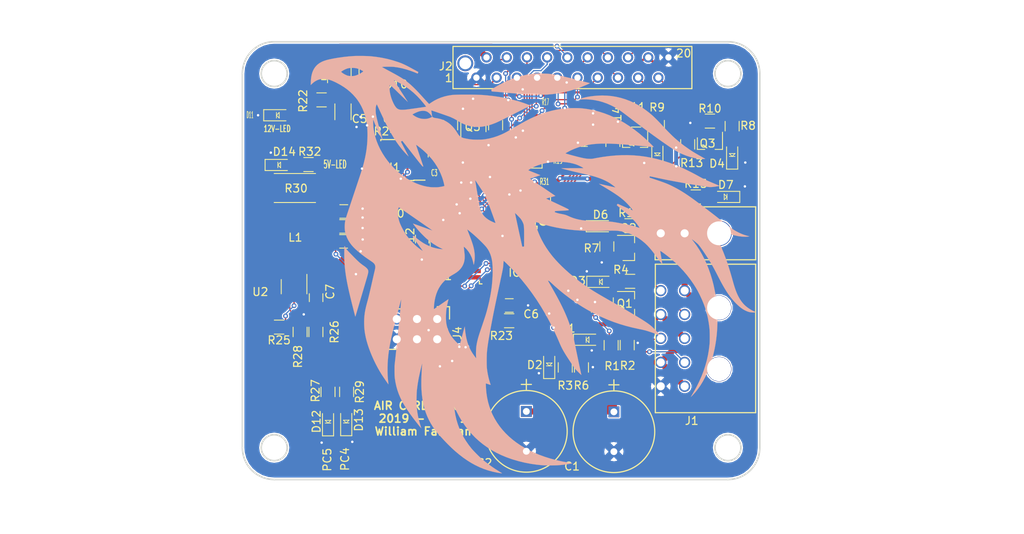
<source format=kicad_pcb>
(kicad_pcb (version 20171130) (host pcbnew 5.0.0-fee4fd1~66~ubuntu16.04.1)
  (layers (0 F.Cu signal) (31 B.Cu signal) (34 B.Paste user) (35 F.Paste user) (36 B.SilkS user) (37 F.SilkS user) (38 B.Mask user) (39 F.Mask user) (44 Edge.Cuts user))
  (net 0 "")
  (net 1 GND)
  (net 2 VCC)
  (net 3 "Net-(C6-Pad1)")
  (net 4 "Net-(D2-Pad2)")
  (net 5 "Net-(D6-Pad2)")
  (net 6 /MISO)
  (net 7 /MOSI)
  (net 8 /SCK)
  (net 9 "Net-(IC1-Pad21)")
  (net 10 "Net-(IC1-Pad30)")
  (net 11 /RESET)
  (net 12 "Net-(IC1-Pad32)")
  (net 13 /12V_Fused)
  (net 14 "Net-(C11-Pad1)")
  (net 15 "Net-(D1-Pad2)")
  (net 16 "Net-(D3-Pad2)")
  (net 17 "Net-(D4-Pad2)")
  (net 18 "Net-(D5-Pad2)")
  (net 19 +12V)
  (net 20 /P_LED_1)
  (net 21 /P_LED_2)
  (net 22 "Net-(IC1-Pad13)")
  (net 23 "Net-(IC1-Pad14)")
  (net 24 "Net-(IC1-Pad15)")
  (net 25 "Net-(U1-Pad5)")
  (net 26 /Air+12V)
  (net 27 "Net-(C7-Pad1)")
  (net 28 "Net-(C7-Pad2)")
  (net 29 "Net-(C10-Pad1)")
  (net 30 "Net-(C12-Pad1)")
  (net 31 /Air+GND)
  (net 32 "Net-(D7-Pad2)")
  (net 33 "Net-(D8-Pad2)")
  (net 34 "Net-(D9-Pad2)")
  (net 35 "Net-(D11-Pad2)")
  (net 36 "Net-(D12-Pad2)")
  (net 37 "Net-(D13-Pad2)")
  (net 38 "Net-(D14-Pad2)")
  (net 39 "Net-(IC1-Pad3)")
  (net 40 /RJ45_LED1)
  (net 41 /AIR+LSD)
  (net 42 /PrechargeCTL)
  (net 43 /Cooling_Pressure_Sense)
  (net 44 /RJ45_LED2)
  (net 45 /AIR+_Weld_Detect)
  (net 46 /AIR-_Weld_Detect)
  (net 47 /SenseMainTSConn)
  (net 48 /SenseConnToHVD)
  (net 49 "Net-(J2-Pad10)")
  (net 50 "Net-(J2-Pad11)")
  (net 51 /IMD_Sense)
  (net 52 /BMS_Sense)
  (net 53 /ShutdownSense_BMS)
  (net 54 /ShutdownSense_IMD)
  (net 55 /ShutdownSense_HVD_Conn)
  (net 56 /ShutdownSense_MainPack)
  (net 57 /Precharge-)
  (net 58 "Net-(R25-Pad1)")
  (net 59 "Net-(R26-Pad1)")
  (net 60 /CAN_P)
  (net 61 /CAN_N)
  (net 62 /XCAN_P)
  (net 63 /XCAN_N)
  (net 64 "Net-(IC1-Pad16)")
  (net 65 "Net-(IC1-Pad23)")
  (module footprints:C_Radial_D10_L13_P5_OEM (layer F.Cu) (at 170.688 134.366 270)
    (fp_text reference C1 (at 1.8542 5.2578) (layer F.SilkS))
    (fp_text value CP_1mF hide)
    (pad 2 thru_hole circle (at 0 0 270) (size 1.3716 1.3716) (drill 0.8636) (layers *.Cu *.Paste *.Mask) (net 1 GND))
    (pad 1 thru_hole rect (at -5.0038 0 270) (size 1.3716 1.3716) (drill 0.8636) (layers *.Cu *.Mask B.Adhes F.Paste) (net 26 /Air+12V))
  )
  (module footprints:C_Radial_D10_L13_P5_OEM (layer F.Cu) (at 159.6898 134.3152 270)
    (fp_text reference C2 (at 1.4732 5.2705) (layer F.SilkS))
    (fp_text value CP_1mF hide)
    (pad 2 thru_hole circle (at 0 0 270) (size 1.3716 1.3716) (drill 0.8636) (layers *.Cu *.Paste *.Mask) (net 1 GND))
    (pad 1 thru_hole rect (at -5.0038 0 270) (size 1.3716 1.3716) (drill 0.8636) (layers *.Cu *.Mask B.Adhes F.Paste) (net 26 /Air+12V))
  )
  (module footprints:R_0805_OEM (layer F.Cu) (at 158.2674 99.3927 90)
    (fp_text reference R33 (at 2.17674 -0.60452 180) (layer F.SilkS) (effects (font (size 0.8 0.3) (thickness 0.075))))
    (fp_text value R_200 hide)
    (pad 2 smd rect (at 0.95 0 90) (size 0.7 1.3) (layers F.Cu F.Paste F.Mask) (net 49 "Net-(J2-Pad10)"))
    (pad 1 smd rect (at -0.95 0 90) (size 0.7 1.3) (layers F.Cu F.Paste F.Mask) (net 40 /RJ45_LED1))
  )
  (module footprints:SOIC-8_3.9x4.9mm_Pitch1.27mm_OEM (layer F.Cu) (at 143.477465 97.730642 180)
    (fp_text reference U1 (at 0.602465 -0.917878 180) (layer F.SilkS))
    (fp_text value MCP2561-E_SN hide)
    (pad 8 smd rect (at 2.7 -1.905 180) (size 1.55 0.6) (layers F.Cu F.Paste F.Mask) (net 1 GND))
    (pad 7 smd rect (at 2.7 -0.635 180) (size 1.55 0.6) (layers F.Cu F.Paste F.Mask) (net 60 /CAN_P))
    (pad 6 smd rect (at 2.7 0.635 180) (size 1.55 0.6) (layers F.Cu F.Paste F.Mask) (net 61 /CAN_N))
    (pad 5 smd rect (at 2.7 1.905 180) (size 1.55 0.6) (layers F.Cu F.Paste F.Mask) (net 25 "Net-(U1-Pad5)"))
    (pad 4 smd rect (at -2.7 1.905 180) (size 1.55 0.6) (layers F.Cu F.Paste F.Mask) (net 63 /XCAN_N))
    (pad 3 smd rect (at -2.7 0.635 180) (size 1.55 0.6) (layers F.Cu F.Paste F.Mask) (net 2 VCC))
    (pad 2 smd rect (at -2.7 -0.635 180) (size 1.55 0.6) (layers F.Cu F.Paste F.Mask) (net 1 GND))
    (pad 1 smd rect (at -2.7 -1.905 180) (size 1.55 0.6) (layers F.Cu F.Paste F.Mask) (net 62 /XCAN_P))
  )
  (module footprints:LED_0805_OEM (layer F.Cu) (at 167.4065 120.3071)
    (fp_text reference D1 (at -2.51986 -1.42494) (layer F.SilkS))
    (fp_text value LED_0805 hide)
    (pad 1 smd rect (at -1.1 0 180) (size 1.2 1.2) (layers F.Cu F.Paste F.Mask) (net 1 GND))
    (pad 2 smd rect (at 1.1 0 180) (size 1.2 1.2) (layers F.Cu F.Paste F.Mask) (net 15 "Net-(D1-Pad2)"))
  )
  (module footprints:LED_0805_OEM (layer F.Cu) (at 128.6686 98.3488)
    (fp_text reference D14 (at 0.61232 -1.66116) (layer F.SilkS))
    (fp_text value LED_0805 hide)
    (pad 1 smd rect (at -1.1 0 180) (size 1.2 1.2) (layers F.Cu F.Paste F.Mask) (net 1 GND))
    (pad 2 smd rect (at 1.1 0 180) (size 1.2 1.2) (layers F.Cu F.Paste F.Mask) (net 38 "Net-(D14-Pad2)"))
  )
  (module footprints:R_0805_OEM (layer F.Cu) (at 179.959 95.758 270)
    (fp_text reference R13 (at 2.34188 -0.50292) (layer F.SilkS))
    (fp_text value R_10K hide)
    (pad 2 smd rect (at 0.95 0 270) (size 0.7 1.3) (layers F.Cu F.Paste F.Mask) (net 48 /SenseConnToHVD))
    (pad 1 smd rect (at -0.95 0 270) (size 0.7 1.3) (layers F.Cu F.Paste F.Mask) (net 2 VCC))
  )
  (module footprints:Pin_Header_Straight_2x03 (layer F.Cu) (at 148.4884 117.7036 270)
    (fp_text reference J4 (at 1.778 -2.54 270) (layer F.SilkS))
    (fp_text value CONN_02X03 hide)
    (pad 6 thru_hole circle (at 2.54 5.08 270) (size 1.4 1.4) (drill 1.016) (layers *.Cu *.Mask) (net 1 GND))
    (pad 5 thru_hole circle (at 0 5.08 270) (size 1.4 1.4) (drill 1.016) (layers *.Cu *.Mask) (net 11 /RESET))
    (pad 4 thru_hole circle (at 2.54 2.54 270) (size 1.4 1.4) (drill 1.016) (layers *.Cu *.Mask) (net 7 /MOSI))
    (pad 3 thru_hole circle (at 0 2.54 270) (size 1.4 1.4) (drill 1.016) (layers *.Cu *.Mask) (net 8 /SCK))
    (pad 2 thru_hole circle (at 2.54 0 270) (size 1.4 1.4) (drill 1.016) (layers *.Cu *.Mask) (net 2 VCC))
    (pad 1 thru_hole rect (at 0 0 270) (size 1.4 1.4) (drill 1.016) (layers *.Cu *.Mask) (net 6 /MISO))
  )
  (module footprints:C_0805_OEM (layer F.Cu) (at 157.5562 103.1494)
    (fp_text reference C4 (at -2.42824 -1.57988) (layer F.SilkS) (effects (font (size 0.8 0.3) (thickness 0.075))))
    (fp_text value C_0.1uF hide)
    (pad 2 smd rect (at 1 0) (size 1 1.25) (layers F.Cu F.Paste F.Mask) (net 1 GND))
    (pad 1 smd rect (at -1 0) (size 1 1.25) (layers F.Cu F.Paste F.Mask) (net 2 VCC))
  )
  (module footprints:R_0805_OEM (layer F.Cu) (at 182.753 92.837 180)
    (fp_text reference R10 (at 0 1.5748 180) (layer F.SilkS))
    (fp_text value R_100K hide)
    (pad 2 smd rect (at 0.95 0 180) (size 0.7 1.3) (layers F.Cu F.Paste F.Mask) (net 1 GND))
    (pad 1 smd rect (at -0.95 0 180) (size 0.7 1.3) (layers F.Cu F.Paste F.Mask) (net 55 /ShutdownSense_HVD_Conn))
  )
  (module footprints:R_0805_OEM (layer F.Cu) (at 180.975 102.362)
    (fp_text reference R15 (at 0 -1.651) (layer F.SilkS))
    (fp_text value R_1K hide)
    (pad 2 smd rect (at 0.95 0) (size 0.7 1.3) (layers F.Cu F.Paste F.Mask) (net 32 "Net-(D7-Pad2)"))
    (pad 1 smd rect (at -0.95 0) (size 0.7 1.3) (layers F.Cu F.Paste F.Mask) (net 26 /Air+12V))
  )
  (module footprints:R_0805_OEM (layer F.Cu) (at 150.1775 93.3425 270)
    (fp_text reference R16 (at -0.01782 1.34874 90) (layer F.SilkS) (effects (font (size 0.8 0.3) (thickness 0.075))))
    (fp_text value R_1K hide)
    (pad 2 smd rect (at 0.95 0 270) (size 0.7 1.3) (layers F.Cu F.Paste F.Mask) (net 33 "Net-(D8-Pad2)"))
    (pad 1 smd rect (at -0.95 0 270) (size 0.7 1.3) (layers F.Cu F.Paste F.Mask) (net 53 /ShutdownSense_BMS))
  )
  (module footprints:R_0805_OEM (layer F.Cu) (at 170.561 95.438 270)
    (fp_text reference R14 (at -2.99724 -0.55372 90) (layer F.SilkS))
    (fp_text value R_10K hide)
    (pad 2 smd rect (at 0.95 0 270) (size 0.7 1.3) (layers F.Cu F.Paste F.Mask) (net 47 /SenseMainTSConn))
    (pad 1 smd rect (at -0.95 0 270) (size 0.7 1.3) (layers F.Cu F.Paste F.Mask) (net 2 VCC))
  )
  (module footprints:C_0805_OEM (layer F.Cu) (at 136.7376 106.0704)
    (fp_text reference C8 (at 5.80212 0.13208) (layer F.SilkS))
    (fp_text value C_47uF hide)
    (pad 2 smd rect (at 1 0) (size 1 1.25) (layers F.Cu F.Paste F.Mask) (net 1 GND))
    (pad 1 smd rect (at -1 0) (size 1 1.25) (layers F.Cu F.Paste F.Mask) (net 29 "Net-(C10-Pad1)"))
  )
  (module footprints:SOT-23F (layer F.Cu) (at 172.5295 108.7755)
    (fp_text reference Q2 (at 0 -2.5) (layer F.SilkS))
    (fp_text value SSM3K333R hide)
    (pad 3 smd rect (at 1.05 0) (size 0.9 0.8) (layers F.Cu F.Paste F.Mask) (net 31 /Air+GND))
    (pad 2 smd rect (at -1.05 0.95) (size 0.9 0.8) (layers F.Cu F.Paste F.Mask) (net 1 GND))
    (pad 1 smd rect (at -1.05 -0.95) (size 0.9 0.8) (layers F.Cu F.Paste F.Mask) (net 41 /AIR+LSD))
  )
  (module footprints:R_0805_OEM (layer F.Cu) (at 133.9596 90.17 180)
    (fp_text reference R22 (at 2.32156 -0.13208 270) (layer F.SilkS))
    (fp_text value R_1K hide)
    (pad 2 smd rect (at 0.95 0 180) (size 0.7 1.3) (layers F.Cu F.Paste F.Mask) (net 35 "Net-(D11-Pad2)"))
    (pad 1 smd rect (at -0.95 0 180) (size 0.7 1.3) (layers F.Cu F.Paste F.Mask) (net 13 /12V_Fused))
  )
  (module footprints:R_0805_OEM (layer F.Cu) (at 137.1092 126.8578 270)
    (fp_text reference R29 (at 0 -1.65 270) (layer F.SilkS))
    (fp_text value R_200 hide)
    (pad 2 smd rect (at 0.95 0 270) (size 0.7 1.3) (layers F.Cu F.Paste F.Mask) (net 37 "Net-(D13-Pad2)"))
    (pad 1 smd rect (at -0.95 0 270) (size 0.7 1.3) (layers F.Cu F.Paste F.Mask) (net 20 /P_LED_1))
  )
  (module footprints:R_0805_OEM (layer F.Cu) (at 161.8488 102.5652 270)
    (fp_text reference R31 (at -2.11836 -0.12192) (layer F.SilkS) (effects (font (size 0.8 0.4) (thickness 0.1))))
    (fp_text value R_10K hide)
    (pad 2 smd rect (at 0.95 0 270) (size 0.7 1.3) (layers F.Cu F.Paste F.Mask) (net 11 /RESET))
    (pad 1 smd rect (at -0.95 0 270) (size 0.7 1.3) (layers F.Cu F.Paste F.Mask) (net 2 VCC))
  )
  (module footprints:LED_0805_OEM (layer F.Cu) (at 169.08 113.03)
    (fp_text reference D3 (at -2.9005 -0.127) (layer F.SilkS))
    (fp_text value LED_0805 hide)
    (pad 1 smd rect (at -1.1 0 180) (size 1.2 1.2) (layers F.Cu F.Paste F.Mask) (net 1 GND))
    (pad 2 smd rect (at 1.1 0 180) (size 1.2 1.2) (layers F.Cu F.Paste F.Mask) (net 16 "Net-(D3-Pad2)"))
  )
  (module footprints:R_0805_OEM (layer F.Cu) (at 128.6256 118.7196 180)
    (fp_text reference R25 (at 0 -1.65 180) (layer F.SilkS))
    (fp_text value R_10K hide)
    (pad 2 smd rect (at 0.95 0 180) (size 0.7 1.3) (layers F.Cu F.Paste F.Mask) (net 13 /12V_Fused))
    (pad 1 smd rect (at -0.95 0 180) (size 0.7 1.3) (layers F.Cu F.Paste F.Mask) (net 58 "Net-(R25-Pad1)"))
  )
  (module footprints:LED_0805_OEM (layer F.Cu) (at 160.9725 96.944 90)
    (fp_text reference D9 (at 0.9066 -1.78562 270) (layer F.SilkS))
    (fp_text value LED_0805 hide)
    (pad 1 smd rect (at -1.1 0 270) (size 1.2 1.2) (layers F.Cu F.Paste F.Mask) (net 1 GND))
    (pad 2 smd rect (at 1.1 0 270) (size 1.2 1.2) (layers F.Cu F.Paste F.Mask) (net 34 "Net-(D9-Pad2)"))
  )
  (module footprints:R_0805_OEM (layer F.Cu) (at 157.5308 117.9195 180)
    (fp_text reference R23 (at 0.98044 -1.8923 180) (layer F.SilkS))
    (fp_text value R_100 hide)
    (pad 2 smd rect (at 0.95 0 180) (size 0.7 1.3) (layers F.Cu F.Paste F.Mask) (net 3 "Net-(C6-Pad1)"))
    (pad 1 smd rect (at -0.95 0 180) (size 0.7 1.3) (layers F.Cu F.Paste F.Mask) (net 2 VCC))
  )
  (module footprints:R_0805_OEM (layer F.Cu) (at 163.6395 96.266)
    (fp_text reference R19 (at 0.02286 1.52908) (layer F.SilkS) (effects (font (size 0.8 0.4) (thickness 0.1))))
    (fp_text value R_100K hide)
    (pad 2 smd rect (at 0.95 0) (size 0.7 1.3) (layers F.Cu F.Paste F.Mask) (net 1 GND))
    (pad 1 smd rect (at -0.95 0) (size 0.7 1.3) (layers F.Cu F.Paste F.Mask) (net 54 /ShutdownSense_IMD))
  )
  (module footprints:SOT-23F (layer F.Cu) (at 153.035 93.472 90)
    (fp_text reference Q5 (at -0.09144 -0.09144 180) (layer F.SilkS))
    (fp_text value SSM3K333R hide)
    (pad 3 smd rect (at 1.05 0 90) (size 0.9 0.8) (layers F.Cu F.Paste F.Mask) (net 52 /BMS_Sense))
    (pad 2 smd rect (at -1.05 0.95 90) (size 0.9 0.8) (layers F.Cu F.Paste F.Mask) (net 1 GND))
    (pad 1 smd rect (at -1.05 -0.95 90) (size 0.9 0.8) (layers F.Cu F.Paste F.Mask) (net 53 /ShutdownSense_BMS))
  )
  (module footprints:R_0805_OEM (layer F.Cu) (at 133.2484 119.3292 90)
    (fp_text reference R26 (at 0.00508 2.33172 90) (layer F.SilkS))
    (fp_text value R_10K hide)
    (pad 2 smd rect (at 0.95 0 90) (size 0.7 1.3) (layers F.Cu F.Paste F.Mask) (net 1 GND))
    (pad 1 smd rect (at -0.95 0 90) (size 0.7 1.3) (layers F.Cu F.Paste F.Mask) (net 59 "Net-(R26-Pad1)"))
  )
  (module footprints:R_0805_OEM (layer F.Cu) (at 166.497 93.345 270)
    (fp_text reference R21 (at 2.19456 -0.51308 270) (layer F.SilkS) (effects (font (size 0.8 0.4) (thickness 0.1))))
    (fp_text value R_10K hide)
    (pad 2 smd rect (at 0.95 0 270) (size 0.7 1.3) (layers F.Cu F.Paste F.Mask) (net 51 /IMD_Sense))
    (pad 1 smd rect (at -0.95 0 270) (size 0.7 1.3) (layers F.Cu F.Paste F.Mask) (net 2 VCC))
  )
  (module footprints:R_0805_OEM (layer F.Cu) (at 144.9832 94.1324 180)
    (fp_text reference R24 (at 3.01752 0.01016 180) (layer F.SilkS))
    (fp_text value R_200 hide)
    (pad 2 smd rect (at 0.95 0 180) (size 0.7 1.3) (layers F.Cu F.Paste F.Mask) (net 61 /CAN_N))
    (pad 1 smd rect (at -0.95 0 180) (size 0.7 1.3) (layers F.Cu F.Paste F.Mask) (net 60 /CAN_P))
  )
  (module footprints:DO-214AA (layer F.Cu) (at 140.0048 88.2396 270)
    (fp_text reference D10 (at -0.02032 -3.33248) (layer F.SilkS))
    (fp_text value D_Zener_18V hide)
    (pad 1 smd rect (at -2.032 0 90) (size 1.778 2.159) (layers F.Cu F.Paste F.Mask) (net 19 +12V))
    (pad 2 smd rect (at 2.032 0 90) (size 1.778 2.159) (layers F.Cu F.Paste F.Mask) (net 1 GND))
  )
  (module footprints:LED_0805_OEM (layer F.Cu) (at 128.4908 92.1004)
    (fp_text reference D11 (at -3.51772 -0.03556) (layer F.SilkS) (effects (font (size 0.8 0.3) (thickness 0.075))))
    (fp_text value LED_0805 hide)
    (pad 1 smd rect (at -1.1 0 180) (size 1.2 1.2) (layers F.Cu F.Paste F.Mask) (net 1 GND))
    (pad 2 smd rect (at 1.1 0 180) (size 1.2 1.2) (layers F.Cu F.Paste F.Mask) (net 35 "Net-(D11-Pad2)"))
  )
  (module footprints:SOT-23F (layer F.Cu) (at 172.5295 115.824)
    (fp_text reference Q1 (at -0.48006 -0.05588 180) (layer F.SilkS))
    (fp_text value SSM3K333R hide)
    (pad 3 smd rect (at 1.05 0) (size 0.9 0.8) (layers F.Cu F.Paste F.Mask) (net 57 /Precharge-))
    (pad 2 smd rect (at -1.05 0.95) (size 0.9 0.8) (layers F.Cu F.Paste F.Mask) (net 1 GND))
    (pad 1 smd rect (at -1.05 -0.95) (size 0.9 0.8) (layers F.Cu F.Paste F.Mask) (net 42 /PrechargeCTL))
  )
  (module footprints:LED_0805_OEM (layer F.Cu) (at 134.7724 130.5814 90)
    (fp_text reference D12 (at 0 -1.45 90) (layer F.SilkS))
    (fp_text value LED_0805 hide)
    (pad 1 smd rect (at -1.1 0 270) (size 1.2 1.2) (layers F.Cu F.Paste F.Mask) (net 1 GND))
    (pad 2 smd rect (at 1.1 0 270) (size 1.2 1.2) (layers F.Cu F.Paste F.Mask) (net 36 "Net-(D12-Pad2)"))
  )
  (module footprints:LED_0805_OEM (layer F.Cu) (at 150.241 96.985 90)
    (fp_text reference D8 (at -2.64904 -0.01524 180) (layer F.SilkS) (effects (font (size 0.8 0.4) (thickness 0.1))))
    (fp_text value LED_0805 hide)
    (pad 1 smd rect (at -1.1 0 270) (size 1.2 1.2) (layers F.Cu F.Paste F.Mask) (net 1 GND))
    (pad 2 smd rect (at 1.1 0 270) (size 1.2 1.2) (layers F.Cu F.Paste F.Mask) (net 33 "Net-(D8-Pad2)"))
  )
  (module footprints:R_0805_OEM (layer F.Cu) (at 156.337 99.3775 90)
    (fp_text reference R34 (at 0.50546 -1.45796) (layer F.SilkS) (effects (font (size 0.8 0.3) (thickness 0.075))))
    (fp_text value R_200 hide)
    (pad 2 smd rect (at 0.95 0 90) (size 0.7 1.3) (layers F.Cu F.Paste F.Mask) (net 50 "Net-(J2-Pad11)"))
    (pad 1 smd rect (at -0.95 0 90) (size 0.7 1.3) (layers F.Cu F.Paste F.Mask) (net 44 /RJ45_LED2))
  )
  (module footprints:R_0805_OEM (layer F.Cu) (at 173.482 92.71 180)
    (fp_text reference R11 (at 0.24892 1.64592) (layer F.SilkS))
    (fp_text value R_100K hide)
    (pad 2 smd rect (at 0.95 0 180) (size 0.7 1.3) (layers F.Cu F.Paste F.Mask) (net 1 GND))
    (pad 1 smd rect (at -0.95 0 180) (size 0.7 1.3) (layers F.Cu F.Paste F.Mask) (net 56 /ShutdownSense_MainPack))
  )
  (module footprints:R_0805_OEM (layer F.Cu) (at 166.6113 123.7869 270)
    (fp_text reference R6 (at 2.2606 0) (layer F.SilkS))
    (fp_text value R_10K hide)
    (pad 2 smd rect (at 0.95 0 270) (size 0.7 1.3) (layers F.Cu F.Paste F.Mask) (net 1 GND))
    (pad 1 smd rect (at -0.95 0 270) (size 0.7 1.3) (layers F.Cu F.Paste F.Mask) (net 45 /AIR+_Weld_Detect))
  )
  (module footprints:R_0805_OEM (layer F.Cu) (at 170.3451 120.9929 270)
    (fp_text reference R1 (at 2.6162 -0.127) (layer F.SilkS))
    (fp_text value R_200 hide)
    (pad 2 smd rect (at 0.95 0 270) (size 0.7 1.3) (layers F.Cu F.Paste F.Mask) (net 15 "Net-(D1-Pad2)"))
    (pad 1 smd rect (at -0.95 0 270) (size 0.7 1.3) (layers F.Cu F.Paste F.Mask) (net 46 /AIR-_Weld_Detect))
  )
  (module footprints:R_0805_OEM (layer F.Cu) (at 169.799 108.5875 270)
    (fp_text reference R7 (at 0.23118 1.9304) (layer F.SilkS))
    (fp_text value R_10K hide)
    (pad 2 smd rect (at 0.95 0 270) (size 0.7 1.3) (layers F.Cu F.Paste F.Mask) (net 1 GND))
    (pad 1 smd rect (at -0.95 0 270) (size 0.7 1.3) (layers F.Cu F.Paste F.Mask) (net 41 /AIR+LSD))
  )
  (module footprints:R_0805_OEM (layer F.Cu) (at 134.7724 126.8578 270)
    (fp_text reference R27 (at -0.1372 1.5748 270) (layer F.SilkS))
    (fp_text value R_200 hide)
    (pad 2 smd rect (at 0.95 0 270) (size 0.7 1.3) (layers F.Cu F.Paste F.Mask) (net 36 "Net-(D12-Pad2)"))
    (pad 1 smd rect (at -0.95 0 270) (size 0.7 1.3) (layers F.Cu F.Paste F.Mask) (net 21 /P_LED_2))
  )
  (module footprints:LED_0805_OEM (layer F.Cu) (at 176.149 96.985 90)
    (fp_text reference D5 (at -1.0844 -2.82448 180) (layer F.SilkS))
    (fp_text value LED_0805 hide)
    (pad 1 smd rect (at -1.1 0 270) (size 1.2 1.2) (layers F.Cu F.Paste F.Mask) (net 1 GND))
    (pad 2 smd rect (at 1.1 0 270) (size 1.2 1.2) (layers F.Cu F.Paste F.Mask) (net 18 "Net-(D5-Pad2)"))
  )
  (module footprints:R_0805_OEM (layer F.Cu) (at 160.9725 93.279 270)
    (fp_text reference R17 (at -2.83976 -1.12014 180) (layer F.SilkS) (effects (font (size 0.8 0.3) (thickness 0.075))))
    (fp_text value R_1K hide)
    (pad 2 smd rect (at 0.95 0 270) (size 0.7 1.3) (layers F.Cu F.Paste F.Mask) (net 34 "Net-(D9-Pad2)"))
    (pad 1 smd rect (at -0.95 0 270) (size 0.7 1.3) (layers F.Cu F.Paste F.Mask) (net 54 /ShutdownSense_IMD))
  )
  (module footprints:R_0805_OEM (layer F.Cu) (at 152.8445 96.2025)
    (fp_text reference R18 (at 0.127 1.524 180) (layer F.SilkS) (effects (font (size 0.8 0.4) (thickness 0.1))))
    (fp_text value R_100K hide)
    (pad 2 smd rect (at 0.95 0) (size 0.7 1.3) (layers F.Cu F.Paste F.Mask) (net 1 GND))
    (pad 1 smd rect (at -0.95 0) (size 0.7 1.3) (layers F.Cu F.Paste F.Mask) (net 53 /ShutdownSense_BMS))
  )
  (module footprints:TQFP-32_7x7mm_Pitch0.8mm (layer F.Cu) (at 157.4165 109.6645 270)
    (fp_text reference IC1 (at 2.21234 -1.2319) (layer F.SilkS))
    (fp_text value ATMEGA16M1 hide)
    (pad 32 smd rect (at -2.8 -4.25) (size 1.6 0.55) (layers F.Cu F.Paste F.Mask) (net 12 "Net-(IC1-Pad32)"))
    (pad 31 smd rect (at -2 -4.25) (size 1.6 0.55) (layers F.Cu F.Paste F.Mask) (net 11 /RESET))
    (pad 30 smd rect (at -1.2 -4.25) (size 1.6 0.55) (layers F.Cu F.Paste F.Mask) (net 10 "Net-(IC1-Pad30)"))
    (pad 29 smd rect (at -0.4 -4.25) (size 1.6 0.55) (layers F.Cu F.Paste F.Mask) (net 47 /SenseMainTSConn))
    (pad 28 smd rect (at 0.4 -4.25) (size 1.6 0.55) (layers F.Cu F.Paste F.Mask) (net 43 /Cooling_Pressure_Sense))
    (pad 27 smd rect (at 1.2 -4.25) (size 1.6 0.55) (layers F.Cu F.Paste F.Mask) (net 48 /SenseConnToHVD))
    (pad 26 smd rect (at 2 -4.25) (size 1.6 0.55) (layers F.Cu F.Paste F.Mask) (net 41 /AIR+LSD))
    (pad 25 smd rect (at 2.8 -4.25) (size 1.6 0.55) (layers F.Cu F.Paste F.Mask) (net 46 /AIR-_Weld_Detect))
    (pad 24 smd rect (at 4.25 -2.8 270) (size 1.6 0.55) (layers F.Cu F.Paste F.Mask) (net 42 /PrechargeCTL))
    (pad 23 smd rect (at 4.25 -2 270) (size 1.6 0.55) (layers F.Cu F.Paste F.Mask) (net 65 "Net-(IC1-Pad23)"))
    (pad 22 smd rect (at 4.25 -1.2 270) (size 1.6 0.55) (layers F.Cu F.Paste F.Mask) (net 45 /AIR+_Weld_Detect))
    (pad 21 smd rect (at 4.25 -0.4 270) (size 1.6 0.55) (layers F.Cu F.Paste F.Mask) (net 9 "Net-(IC1-Pad21)"))
    (pad 20 smd rect (at 4.25 0.4 270) (size 1.6 0.55) (layers F.Cu F.Paste F.Mask) (net 1 GND))
    (pad 19 smd rect (at 4.25 1.2 270) (size 1.6 0.55) (layers F.Cu F.Paste F.Mask) (net 3 "Net-(C6-Pad1)"))
    (pad 18 smd rect (at 4.25 2 270) (size 1.6 0.55) (layers F.Cu F.Paste F.Mask) (net 21 /P_LED_2))
    (pad 17 smd rect (at 4.25 2.8 270) (size 1.6 0.55) (layers F.Cu F.Paste F.Mask) (net 20 /P_LED_1))
    (pad 16 smd rect (at 2.8 4.25) (size 1.6 0.55) (layers F.Cu F.Paste F.Mask) (net 64 "Net-(IC1-Pad16)"))
    (pad 15 smd rect (at 2 4.25) (size 1.6 0.55) (layers F.Cu F.Paste F.Mask) (net 24 "Net-(IC1-Pad15)"))
    (pad 14 smd rect (at 1.2 4.25) (size 1.6 0.55) (layers F.Cu F.Paste F.Mask) (net 23 "Net-(IC1-Pad14)"))
    (pad 13 smd rect (at 0.4 4.25) (size 1.6 0.55) (layers F.Cu F.Paste F.Mask) (net 22 "Net-(IC1-Pad13)"))
    (pad 12 smd rect (at -0.4 4.25) (size 1.6 0.55) (layers F.Cu F.Paste F.Mask) (net 8 /SCK))
    (pad 11 smd rect (at -1.2 4.25) (size 1.6 0.55) (layers F.Cu F.Paste F.Mask) (net 14 "Net-(C11-Pad1)"))
    (pad 10 smd rect (at -2 4.25) (size 1.6 0.55) (layers F.Cu F.Paste F.Mask) (net 30 "Net-(C12-Pad1)"))
    (pad 9 smd rect (at -2.8 4.25) (size 1.6 0.55) (layers F.Cu F.Paste F.Mask) (net 44 /RJ45_LED2))
    (pad 8 smd rect (at -4.25 2.8 270) (size 1.6 0.55) (layers F.Cu F.Paste F.Mask) (net 40 /RJ45_LED1))
    (pad 7 smd rect (at -4.25 2 270) (size 1.6 0.55) (layers F.Cu F.Paste F.Mask) (net 63 /XCAN_N))
    (pad 6 smd rect (at -4.25 1.2 270) (size 1.6 0.55) (layers F.Cu F.Paste F.Mask) (net 62 /XCAN_P))
    (pad 5 smd rect (at -4.25 0.4 270) (size 1.6 0.55) (layers F.Cu F.Paste F.Mask) (net 1 GND))
    (pad 4 smd rect (at -4.25 -0.4 270) (size 1.6 0.55) (layers F.Cu F.Paste F.Mask) (net 2 VCC))
    (pad 3 smd rect (at -4.25 -1.2 270) (size 1.6 0.55) (layers F.Cu F.Paste F.Mask) (net 39 "Net-(IC1-Pad3)"))
    (pad 2 smd rect (at -4.25 -2 270) (size 1.6 0.55) (layers F.Cu F.Paste F.Mask) (net 7 /MOSI))
    (pad 1 smd rect (at -4.25 -2.8 270) (size 1.6 0.55) (layers F.Cu F.Paste F.Mask) (net 6 /MISO))
  )
  (module footprints:LED_0805_OEM (layer F.Cu) (at 137.0584 130.5638 90)
    (fp_text reference D13 (at 0.1856 1.5748 270) (layer F.SilkS))
    (fp_text value LED_0805 hide)
    (pad 1 smd rect (at -1.1 0 270) (size 1.2 1.2) (layers F.Cu F.Paste F.Mask) (net 1 GND))
    (pad 2 smd rect (at 1.1 0 270) (size 1.2 1.2) (layers F.Cu F.Paste F.Mask) (net 37 "Net-(D13-Pad2)"))
  )
  (module footprints:R_0805_OEM (layer F.Cu) (at 131.2672 119.3292 90)
    (fp_text reference R28 (at -3.0988 -0.27432 270) (layer F.SilkS))
    (fp_text value R_51.1K hide)
    (pad 2 smd rect (at 0.95 0 90) (size 0.7 1.3) (layers F.Cu F.Paste F.Mask) (net 59 "Net-(R26-Pad1)"))
    (pad 1 smd rect (at -0.95 0 90) (size 0.7 1.3) (layers F.Cu F.Paste F.Mask) (net 29 "Net-(C10-Pad1)"))
  )
  (module footprints:LED_0805_OEM (layer F.Cu) (at 169.0165 106.045)
    (fp_text reference D6 (at 0 -1.45) (layer F.SilkS))
    (fp_text value LED_0805 hide)
    (pad 1 smd rect (at -1.1 0 180) (size 1.2 1.2) (layers F.Cu F.Paste F.Mask) (net 1 GND))
    (pad 2 smd rect (at 1.1 0 180) (size 1.2 1.2) (layers F.Cu F.Paste F.Mask) (net 5 "Net-(D6-Pad2)"))
  )
  (module footprints:SOT-23F (layer F.Cu) (at 182.753 95.631 270)
    (fp_text reference Q3 (at 0.01016 0.29972) (layer F.SilkS))
    (fp_text value SSM3K333R hide)
    (pad 3 smd rect (at 1.05 0 270) (size 0.9 0.8) (layers F.Cu F.Paste F.Mask) (net 48 /SenseConnToHVD))
    (pad 2 smd rect (at -1.05 0.95 270) (size 0.9 0.8) (layers F.Cu F.Paste F.Mask) (net 1 GND))
    (pad 1 smd rect (at -1.05 -0.95 270) (size 0.9 0.8) (layers F.Cu F.Paste F.Mask) (net 55 /ShutdownSense_HVD_Conn))
  )
  (module footprints:Crystal_SMD_FA238 (layer F.Cu) (at 149.2124 107.6628 90)
    (fp_text reference Y1 (at 2.66428 1.17592 180) (layer F.SilkS))
    (fp_text value Crystal_SMD hide)
    (pad 4 smd rect (at -1.1 -0.8 90) (size 1.4 1.2) (layers F.Cu F.Mask) (net 1 GND))
    (pad 3 smd rect (at 1.1 -0.8 90) (size 1.4 1.2) (layers F.Cu F.Mask) (net 30 "Net-(C12-Pad1)"))
    (pad 2 smd rect (at 1.1 0.8 90) (size 1.4 1.2) (layers F.Cu F.Mask) (net 1 GND))
    (pad 1 smd rect (at -1.1 0.8 90) (size 1.4 1.2) (layers F.Cu F.Mask) (net 14 "Net-(C11-Pad1)"))
  )
  (module footprints:R_0805_OEM (layer F.Cu) (at 132.3188 98.298 180)
    (fp_text reference R32 (at -0.15744 1.6256 180) (layer F.SilkS))
    (fp_text value R_200 hide)
    (pad 2 smd rect (at 0.95 0 180) (size 0.7 1.3) (layers F.Cu F.Paste F.Mask) (net 38 "Net-(D14-Pad2)"))
    (pad 1 smd rect (at -0.95 0 180) (size 0.7 1.3) (layers F.Cu F.Paste F.Mask) (net 2 VCC))
  )
  (module footprints:R_0805_OEM (layer F.Cu) (at 155.829 93.345 270)
    (fp_text reference R20 (at -2.14884 -0.0508) (layer F.SilkS) (effects (font (size 0.8 0.3) (thickness 0.075))))
    (fp_text value R_10K hide)
    (pad 2 smd rect (at 0.95 0 270) (size 0.7 1.3) (layers F.Cu F.Paste F.Mask) (net 52 /BMS_Sense))
    (pad 1 smd rect (at -0.95 0 270) (size 0.7 1.3) (layers F.Cu F.Paste F.Mask) (net 2 VCC))
  )
  (module footprints:SOT-23F (layer F.Cu) (at 163.7665 93.472 90)
    (fp_text reference Q6 (at -0.06604 -0.08382 180) (layer F.SilkS))
    (fp_text value SSM3K333R hide)
    (pad 3 smd rect (at 1.05 0 90) (size 0.9 0.8) (layers F.Cu F.Paste F.Mask) (net 51 /IMD_Sense))
    (pad 2 smd rect (at -1.05 0.95 90) (size 0.9 0.8) (layers F.Cu F.Paste F.Mask) (net 1 GND))
    (pad 1 smd rect (at -1.05 -0.95 90) (size 0.9 0.8) (layers F.Cu F.Paste F.Mask) (net 54 /ShutdownSense_IMD))
  )
  (module footprints:C_0805_OEM (layer F.Cu) (at 157.5435 116.0018)
    (fp_text reference C6 (at 2.7559 1.08204) (layer F.SilkS))
    (fp_text value C_100pF hide)
    (pad 2 smd rect (at 1 0) (size 1 1.25) (layers F.Cu F.Paste F.Mask) (net 1 GND))
    (pad 1 smd rect (at -1 0) (size 1 1.25) (layers F.Cu F.Paste F.Mask) (net 3 "Net-(C6-Pad1)"))
  )
  (module footprints:LED_0805_OEM (layer F.Cu) (at 185.547 97.071 90)
    (fp_text reference D4 (at -1.1 -1.905 180) (layer F.SilkS))
    (fp_text value LED_0805 hide)
    (pad 1 smd rect (at -1.1 0 270) (size 1.2 1.2) (layers F.Cu F.Paste F.Mask) (net 1 GND))
    (pad 2 smd rect (at 1.1 0 270) (size 1.2 1.2) (layers F.Cu F.Paste F.Mask) (net 17 "Net-(D4-Pad2)"))
  )
  (module footprints:R_0805_OEM (layer F.Cu) (at 185.547 93.472 270)
    (fp_text reference R8 (at -0.06096 -1.99644) (layer F.SilkS))
    (fp_text value R_1K hide)
    (pad 2 smd rect (at 0.95 0 270) (size 0.7 1.3) (layers F.Cu F.Paste F.Mask) (net 17 "Net-(D4-Pad2)"))
    (pad 1 smd rect (at -0.95 0 270) (size 0.7 1.3) (layers F.Cu F.Paste F.Mask) (net 55 /ShutdownSense_HVD_Conn))
  )
  (module footprints:SOT-23F (layer F.Cu) (at 173.355 95.377 270)
    (fp_text reference Q4 (at 0.01524 0.05588) (layer F.SilkS))
    (fp_text value SSM3K333R hide)
    (pad 3 smd rect (at 1.05 0 270) (size 0.9 0.8) (layers F.Cu F.Paste F.Mask) (net 47 /SenseMainTSConn))
    (pad 2 smd rect (at -1.05 0.95 270) (size 0.9 0.8) (layers F.Cu F.Paste F.Mask) (net 1 GND))
    (pad 1 smd rect (at -1.05 -0.95 270) (size 0.9 0.8) (layers F.Cu F.Paste F.Mask) (net 56 /ShutdownSense_MainPack))
  )
  (module footprints:C_0805_OEM (layer F.Cu) (at 136.7282 107.95)
    (fp_text reference C9 (at 5.842 0.0254) (layer F.SilkS))
    (fp_text value C_1uF hide)
    (pad 2 smd rect (at 1 0) (size 1 1.25) (layers F.Cu F.Paste F.Mask) (net 1 GND))
    (pad 1 smd rect (at -1 0) (size 1 1.25) (layers F.Cu F.Paste F.Mask) (net 29 "Net-(C10-Pad1)"))
  )
  (module footprints:C_0805_OEM (layer F.Cu) (at 136.7536 104.1908)
    (fp_text reference C10 (at 6.1722 0.254) (layer F.SilkS))
    (fp_text value C_0.1uF hide)
    (pad 2 smd rect (at 1 0) (size 1 1.25) (layers F.Cu F.Paste F.Mask) (net 1 GND))
    (pad 1 smd rect (at -1 0) (size 1 1.25) (layers F.Cu F.Paste F.Mask) (net 29 "Net-(C10-Pad1)"))
  )
  (module footprints:C_0805_OEM (layer F.Cu) (at 149.0124 110.6424 180)
    (fp_text reference C11 (at 0.11252 -1.65608 180) (layer F.SilkS))
    (fp_text value C_30pF hide)
    (pad 2 smd rect (at 1 0 180) (size 1 1.25) (layers F.Cu F.Paste F.Mask) (net 1 GND))
    (pad 1 smd rect (at -1 0 180) (size 1 1.25) (layers F.Cu F.Paste F.Mask) (net 14 "Net-(C11-Pad1)"))
  )
  (module footprints:C_0805_OEM (layer F.Cu) (at 146.6088 107.6612 270)
    (fp_text reference C12 (at -0.00076 1.51384 90) (layer F.SilkS))
    (fp_text value C_30pF hide)
    (pad 2 smd rect (at 1 0 270) (size 1 1.25) (layers F.Cu F.Paste F.Mask) (net 1 GND))
    (pad 1 smd rect (at -1 0 270) (size 1 1.25) (layers F.Cu F.Paste F.Mask) (net 30 "Net-(C12-Pad1)"))
  )
  (module footprints:LED_0805_OEM (layer F.Cu) (at 162.56 123.3854 90)
    (fp_text reference D2 (at -0.084 -1.8161) (layer F.SilkS))
    (fp_text value LED_0805 hide)
    (pad 1 smd rect (at -1.1 0 270) (size 1.2 1.2) (layers F.Cu F.Paste F.Mask) (net 1 GND))
    (pad 2 smd rect (at 1.1 0 270) (size 1.2 1.2) (layers F.Cu F.Paste F.Mask) (net 4 "Net-(D2-Pad2)"))
  )
  (module footprints:Fuse_1210 (layer F.Cu) (at 136.1948 87.0204 270)
    (fp_text reference F1 (at 0.14732 2.36728 180) (layer F.SilkS))
    (fp_text value 500mA hide)
    (pad 2 smd rect (at 1.45 0 270) (size 0.9 2.5) (layers F.Cu F.Paste F.Mask) (net 13 /12V_Fused))
    (pad 1 smd rect (at -1.45 0 270) (size 0.9 2.5) (layers F.Cu F.Paste F.Mask) (net 19 +12V))
  )
  (module footprints:4.7uH_Inductor_OEM (layer F.Cu) (at 130.6068 107.442 90)
    (fp_text reference L1 (at -0.01524 0.05588 180) (layer F.SilkS))
    (fp_text value L_4.7uH hide)
    (pad 2 smd rect (at 2.35 0 90) (size 3.3 8.2) (layers F.Cu F.Paste F.Mask) (net 29 "Net-(C10-Pad1)"))
    (pad 1 smd rect (at -2.35 0 90) (size 3.3 8.2) (layers F.Cu F.Paste F.Mask) (net 28 "Net-(C7-Pad2)"))
  )
  (module footprints:R_0805_OEM (layer F.Cu) (at 172.3644 120.9802 270)
    (fp_text reference R2 (at 2.5781 -0.0508 180) (layer F.SilkS))
    (fp_text value R_10K hide)
    (pad 2 smd rect (at 0.95 0 270) (size 0.7 1.3) (layers F.Cu F.Paste F.Mask) (net 1 GND))
    (pad 1 smd rect (at -0.95 0 270) (size 0.7 1.3) (layers F.Cu F.Paste F.Mask) (net 46 /AIR-_Weld_Detect))
  )
  (module footprints:R_0805_OEM (layer F.Cu) (at 164.5793 123.7844 270)
    (fp_text reference R3 (at 2.2758 0 180) (layer F.SilkS))
    (fp_text value R_200 hide)
    (pad 2 smd rect (at 0.95 0 270) (size 0.7 1.3) (layers F.Cu F.Paste F.Mask) (net 4 "Net-(D2-Pad2)"))
    (pad 1 smd rect (at -0.95 0 270) (size 0.7 1.3) (layers F.Cu F.Paste F.Mask) (net 45 /AIR+_Weld_Detect))
  )
  (module footprints:R_0805_OEM (layer F.Cu) (at 172.654 105.9815 180)
    (fp_text reference R12 (at -0.03552 1.60274 180) (layer F.SilkS))
    (fp_text value R_200 hide)
    (pad 2 smd rect (at 0.95 0 180) (size 0.7 1.3) (layers F.Cu F.Paste F.Mask) (net 5 "Net-(D6-Pad2)"))
    (pad 1 smd rect (at -0.95 0 180) (size 0.7 1.3) (layers F.Cu F.Paste F.Mask) (net 41 /AIR+LSD))
  )
  (module footprints:SOT-23-6_OEM (layer F.Cu) (at 130.5052 113.6396 270)
    (fp_text reference U2 (at 0.65532 4.2418) (layer F.SilkS))
    (fp_text value TPS561201 hide)
    (pad 5 smd rect (at 1.1 0 270) (size 1.06 0.65) (layers F.Cu F.Paste F.Mask) (net 58 "Net-(R25-Pad1)"))
    (pad 6 smd rect (at 1.1 -0.95 270) (size 1.06 0.65) (layers F.Cu F.Paste F.Mask) (net 27 "Net-(C7-Pad1)"))
    (pad 4 smd rect (at 1.1 0.95 270) (size 1.06 0.65) (layers F.Cu F.Paste F.Mask) (net 59 "Net-(R26-Pad1)"))
    (pad 3 smd rect (at -1.1 0.95 270) (size 1.06 0.65) (layers F.Cu F.Paste F.Mask) (net 13 /12V_Fused))
    (pad 2 smd rect (at -1.1 0 270) (size 1.06 0.65) (layers F.Cu F.Paste F.Mask) (net 28 "Net-(C7-Pad2)"))
    (pad 1 smd rect (at -1.1 -0.95 270) (size 1.06 0.65) (layers F.Cu F.Paste F.Mask) (net 1 GND))
  )
  (module footprints:C_0805_OEM (layer F.Cu) (at 133.2738 115.0206 90)
    (fp_text reference C7 (at 0.75108 1.76276 90) (layer F.SilkS))
    (fp_text value C_0.1uF hide)
    (pad 2 smd rect (at 1 0 90) (size 1 1.25) (layers F.Cu F.Paste F.Mask) (net 28 "Net-(C7-Pad2)"))
    (pad 1 smd rect (at -1 0 90) (size 1 1.25) (layers F.Cu F.Paste F.Mask) (net 27 "Net-(C7-Pad1)"))
  )
  (module footprints:R_0805_OEM (layer F.Cu) (at 172.72 112.9665 180)
    (fp_text reference R4 (at 1.143 1.4605 180) (layer F.SilkS))
    (fp_text value R_200 hide)
    (pad 2 smd rect (at 0.95 0 180) (size 0.7 1.3) (layers F.Cu F.Paste F.Mask) (net 16 "Net-(D3-Pad2)"))
    (pad 1 smd rect (at -0.95 0 180) (size 0.7 1.3) (layers F.Cu F.Paste F.Mask) (net 42 /PrechargeCTL))
  )
  (module footprints:R_0805_OEM (layer F.Cu) (at 169.7355 115.6335 270)
    (fp_text reference R5 (at 0.88646 1.58242) (layer F.SilkS) (effects (font (size 0.8 0.4) (thickness 0.1))))
    (fp_text value R_10K hide)
    (pad 2 smd rect (at 0.95 0 270) (size 0.7 1.3) (layers F.Cu F.Paste F.Mask) (net 1 GND))
    (pad 1 smd rect (at -0.95 0 270) (size 0.7 1.3) (layers F.Cu F.Paste F.Mask) (net 42 /PrechargeCTL))
  )
  (module footprints:MicroFit_RA_10 (layer F.Cu) (at 183.896 120.142 270)
    (fp_text reference J1 (at 10.3505 3.429) (layer F.SilkS))
    (fp_text value MicroFit_RA_10)
    (pad "" thru_hole circle (at -3.85 0 270) (size 3.1 3.1) (drill 3) (layers *.Cu *.Mask))
    (pad 1 thru_hole circle (at -6.01 4.32 270) (size 1.42 1.42) (drill 1.02) (layers *.Cu *.Mask) (net 26 /Air+12V))
    (pad 2 thru_hole circle (at -3.01 4.32 270) (size 1.42 1.42) (drill 1.02) (layers *.Cu *.Mask) (net 57 /Precharge-))
    (pad "" thru_hole circle (at 3.85 0 270) (size 3.1 3.1) (drill 3) (layers *.Cu *.Mask))
    (pad 3 thru_hole circle (at -0.01 4.32 270) (size 1.42 1.42) (drill 1.02) (layers *.Cu *.Mask) (net 2 VCC))
    (pad 4 thru_hole circle (at 3.01 4.32 270) (size 1.42 1.42) (drill 1.02) (layers *.Cu *.Mask) (net 45 /AIR+_Weld_Detect))
    (pad 5 thru_hole circle (at 6.01 4.32 270) (size 1.42 1.42) (drill 1.02) (layers *.Cu *.Mask) (net 26 /Air+12V))
    (pad 6 thru_hole circle (at -6.01 7.32 270) (size 1.42 1.42) (drill 1.02) (layers *.Cu *.Mask) (net 31 /Air+GND))
    (pad 7 thru_hole circle (at -3.01 7.32 270) (size 1.42 1.42) (drill 1.02) (layers *.Cu *.Mask) (net 2 VCC))
    (pad 8 thru_hole circle (at -0.01 7.32 270) (size 1.42 1.42) (drill 1.02) (layers *.Cu *.Mask) (net 46 /AIR-_Weld_Detect))
    (pad 9 thru_hole circle (at 3.01 7.32 270) (size 1.42 1.42) (drill 1.02) (layers *.Cu *.Mask) (net 26 /Air+12V))
    (pad 10 thru_hole circle (at 6.01 7.32 270) (size 1.42 1.42) (drill 1.02) (layers *.Cu *.Mask) (net 1 GND))
  )
  (module footprints:MicroFit_RA_V_2 (layer F.Cu) (at 183.896 106.934 270)
    (fp_text reference J3 (at -4.48056 7.14756 180) (layer F.SilkS))
    (fp_text value MicroFit_RA_V_2)
    (pad 2 thru_hole circle (at 0 7.32 270) (size 1.42 1.42) (drill 1.02) (layers *.Cu *.Mask) (net 1 GND))
    (pad 1 thru_hole circle (at 0 4.32 270) (size 1.42 1.42) (drill 1.02) (layers *.Cu *.Mask) (net 26 /Air+12V))
    (pad "" thru_hole circle (at 0 0 270) (size 3.2 3.2) (drill 3) (layers *.Cu *.Mask))
  )
  (module footprints:C_0805_OEM (layer F.Cu) (at 148.209 96.8596 270)
    (fp_text reference C3 (at 2.48488 0.08636) (layer F.SilkS) (effects (font (size 0.8 0.4) (thickness 0.1))))
    (fp_text value C_0.1uF hide)
    (pad 2 smd rect (at 1 0 270) (size 1 1.25) (layers F.Cu F.Paste F.Mask) (net 1 GND))
    (pad 1 smd rect (at -1 0 270) (size 1 1.25) (layers F.Cu F.Paste F.Mask) (net 2 VCC))
  )
  (module footprints:C_1206_OEM (layer F.Cu) (at 136.652 91.67 270)
    (fp_text reference C5 (at 0.8876 -2.0828) (layer F.SilkS))
    (fp_text value C_22uF hide)
    (pad 2 smd rect (at 1.5 0 270) (size 1 1.6) (layers F.Cu F.Paste F.Mask) (net 1 GND))
    (pad 1 smd rect (at -1.5 0 270) (size 1 1.6) (layers F.Cu F.Paste F.Mask) (net 13 /12V_Fused))
  )
  (module footprints:LED_0805_OEM (layer F.Cu) (at 184.701 102.362 180)
    (fp_text reference D7 (at -0.04844 1.51892 180) (layer F.SilkS))
    (fp_text value LED_0805 hide)
    (pad 1 smd rect (at -1.1 0) (size 1.2 1.2) (layers F.Cu F.Paste F.Mask) (net 1 GND))
    (pad 2 smd rect (at 1.1 0) (size 1.2 1.2) (layers F.Cu F.Paste F.Mask) (net 32 "Net-(D7-Pad2)"))
  )
  (module footprints:R_0805_OEM (layer F.Cu) (at 176.149 93.345 270)
    (fp_text reference R9 (at -2.23012 0.03556) (layer F.SilkS))
    (fp_text value R_1K hide)
    (pad 2 smd rect (at 0.95 0 270) (size 0.7 1.3) (layers F.Cu F.Paste F.Mask) (net 18 "Net-(D5-Pad2)"))
    (pad 1 smd rect (at -0.95 0 270) (size 0.7 1.3) (layers F.Cu F.Paste F.Mask) (net 56 /ShutdownSense_MainPack))
  )
  (module footprints:R_2512_OEM (layer F.Cu) (at 130.6068 101.2444 180)
    (fp_text reference R30 (at -0.1524 -0.0508 180) (layer F.SilkS))
    (fp_text value R_0_2512 hide)
    (pad 2 smd rect (at 3.1 0 180) (size 1 3.2) (layers F.Cu F.Paste F.Mask) (net 29 "Net-(C10-Pad1)"))
    (pad 1 smd rect (at -3.1 0 180) (size 1 3.2) (layers F.Cu F.Paste F.Mask) (net 2 VCC))
  )
  (module footprints:micromatch_female_vert_20 (layer F.Cu) (at 158.496 87.376 90)
    (fp_text reference J2 (at 1.4224 -8.9281 180) (layer F.SilkS))
    (fp_text value MM_F_VT_20 hide)
    (fp_text user 20 (at 3.048 20.955 180) (layer F.SilkS))
    (fp_text user 1 (at -0.0508 -8.5598 180) (layer F.SilkS))
    (pad 5 thru_hole circle (at 0 0 90) (size 1.3 1.3) (drill 0.8) (layers *.Cu *.Mask) (net 2 VCC))
    (pad 3 thru_hole circle (at 0 -2.54 90) (size 1.3 1.3) (drill 0.8) (layers *.Cu *.Mask) (net 60 /CAN_P))
    (pad 1 thru_hole circle (at 0 -5.08 90) (size 1.3 1.3) (drill 0.8) (layers *.Cu *.Mask) (net 1 GND))
    (pad 7 thru_hole circle (at 0 2.54 90) (size 1.3 1.3) (drill 0.8) (layers *.Cu *.Mask) (net 6 /MISO))
    (pad 2 thru_hole circle (at 2.54 -3.81 90) (size 1.3 1.3) (drill 0.8) (layers *.Cu *.Mask) (net 19 +12V))
    (pad 4 thru_hole circle (at 2.54 -1.27 90) (size 1.3 1.3) (drill 0.8) (layers *.Cu *.Mask) (net 61 /CAN_N))
    (pad 6 thru_hole circle (at 2.54 1.27 90) (size 1.3 1.3) (drill 0.8) (layers *.Cu *.Mask) (net 7 /MOSI))
    (pad 8 thru_hole circle (at 2.54 3.81 90) (size 1.3 1.3) (drill 0.8) (layers *.Cu *.Mask) (net 8 /SCK))
    (pad 9 thru_hole circle (at 0 5.08 90) (size 1.3 1.3) (drill 0.8) (layers *.Cu *.Mask) (net 11 /RESET))
    (pad 10 thru_hole circle (at 2.54 6.35 90) (size 1.3 1.3) (drill 0.8) (layers *.Cu *.Mask) (net 49 "Net-(J2-Pad10)"))
    (pad 11 thru_hole circle (at 0 7.62 90) (size 1.3 1.3) (drill 0.8) (layers *.Cu *.Mask) (net 50 "Net-(J2-Pad11)"))
    (pad 12 thru_hole circle (at 2.54 8.89 90) (size 1.3 1.3) (drill 0.8) (layers *.Cu *.Mask) (net 51 /IMD_Sense))
    (pad 13 thru_hole circle (at 0 10.16 90) (size 1.3 1.3) (drill 0.8) (layers *.Cu *.Mask) (net 52 /BMS_Sense))
    (pad 14 thru_hole circle (at 2.54 11.43 90) (size 1.3 1.3) (drill 0.8) (layers *.Cu *.Mask) (net 53 /ShutdownSense_BMS))
    (pad 15 thru_hole circle (at 0 12.7 90) (size 1.3 1.3) (drill 0.8) (layers *.Cu *.Mask) (net 54 /ShutdownSense_IMD))
    (pad 16 thru_hole circle (at 2.54 13.97 90) (size 1.3 1.3) (drill 0.8) (layers *.Cu *.Mask) (net 55 /ShutdownSense_HVD_Conn))
    (pad 17 thru_hole circle (at 0 15.24 90) (size 1.3 1.3) (drill 0.8) (layers *.Cu *.Mask) (net 56 /ShutdownSense_MainPack))
    (pad 18 thru_hole circle (at 2.54 16.51 90) (size 1.3 1.3) (drill 0.8) (layers *.Cu *.Mask) (net 2 VCC))
    (pad 19 thru_hole circle (at 0 17.78 90) (size 1.3 1.3) (drill 0.8) (layers *.Cu *.Mask) (net 43 /Cooling_Pressure_Sense))
    (pad 20 thru_hole circle (at 2.54 19.05 90) (size 1.3 1.3) (drill 0.8) (layers *.Cu *.Mask) (net 1 GND))
    (pad 21 thru_hole circle (at 1.8 -6.48 90) (size 2 2) (drill 1.5) (layers *.Cu *.Mask))
  )
  (module footprints:phoenix (layer F.Cu) (at 96.36252 96.22536)
    (fp_text reference G*** hide)
    (fp_text value LOGO hide)
  )
  (module footprints:phoenix (layer F.Cu) (at 218.20632 95.45828)
    (fp_text reference G*** hide)
    (fp_text value LOGO hide)
  )
  (module footprints:phoenix (layer B.Cu) (at 160.54324 110.86592 180)
    (fp_text reference G*** hide)
    (fp_text value LOGO hide)
  )
  (gr_text "AIR CTRL BOARD\n2019 - V - 1\nWilliam Fairman" (at 146.72564 130.20548) (layer F.SilkS) (effects (font (size 1 1) (thickness 0.2))))
  (gr_text 5V-LED (at 135.65632 98.27768) (layer F.SilkS) (effects (font (size 1 0.5) (thickness 0.125))))
  (gr_text 12V-LED (at 128.38684 93.79712) (layer F.SilkS) (effects (font (size 0.8 0.5) (thickness 0.125))))
  (gr_text CAN_R (at 142.89024 92.4814) (layer F.SilkS) (effects (font (size 1 0.5) (thickness 0.125))))
  (gr_text PC5 (at 134.67588 135.382 90) (layer F.SilkS) (effects (font (size 1 1))))
  (gr_text PC4 (at 136.906 135.3058 90) (layer F.SilkS) (effects (font (size 1 1))))
  (gr_arc (start 128.016 86.868) (end 128.016 82.868) (angle -90) (layer Edge.Cuts) (width 0.2))
  (gr_circle (center 185.016 133.868) (end 186.64795 133.868) (layer Edge.Cuts) (width 0.2))
  (gr_circle (center 128.016 86.868) (end 129.64795 86.868) (layer Edge.Cuts) (width 0.2))
  (gr_arc (start 185.016 86.868) (end 189.016 86.868) (angle -90) (layer Edge.Cuts) (width 0.2))
  (gr_circle (center 185.016 86.868) (end 186.64795 86.868) (layer Edge.Cuts) (width 0.2))
  (gr_circle (center 128.016 133.868) (end 129.64795 133.868) (layer Edge.Cuts) (width 0.2))
  (gr_line (start 185.016 82.868) (end 128.016 82.868) (layer Edge.Cuts) (width 0.2))
  (gr_line (start 185.016 137.868) (end 128.016 137.868) (layer Edge.Cuts) (width 0.2))
  (gr_line (start 124.016 86.868) (end 124.016 133.868) (layer Edge.Cuts) (width 0.2))
  (gr_arc (start 185.016 133.868) (end 185.016 137.868) (angle -90) (layer Edge.Cuts) (width 0.2))
  (gr_arc (start 128.016 133.868) (end 124.016 133.868) (angle -90) (layer Edge.Cuts) (width 0.2))
  (gr_line (start 189.016 86.868) (end 189.016 133.868) (layer Edge.Cuts) (width 0.2))
  (segment (start 153.985 96.012) (end 153.7945 96.2025) (width 0.1524) (layer F.Cu) (net 1))
  (segment (start 153.985 94.522) (end 153.985 96.012) (width 0.1524) (layer F.Cu) (net 1))
  (segment (start 154.5971 96.2025) (end 154.94 95.8596) (width 0.1524) (layer F.Cu) (net 1))
  (via (at 154.94 95.8596) (size 0.6096) (drill 0.3048) (layers F.Cu B.Cu) (net 1))
  (segment (start 153.7945 96.2025) (end 154.5971 96.2025) (width 0.1524) (layer F.Cu) (net 1))
  (segment (start 164.7165 96.139) (end 164.5895 96.266) (width 0.1524) (layer F.Cu) (net 1))
  (segment (start 164.7165 94.522) (end 164.7165 96.139) (width 0.1524) (layer F.Cu) (net 1))
  (via (at 166.1668 95.5548) (size 0.6096) (drill 0.3048) (layers F.Cu B.Cu) (net 1))
  (segment (start 165.4556 96.266) (end 166.1668 95.5548) (width 0.1524) (layer F.Cu) (net 1))
  (segment (start 164.5895 96.266) (end 165.4556 96.266) (width 0.1524) (layer F.Cu) (net 1))
  (segment (start 152.018252 97.8916) (end 152.119852 97.9932) (width 0.1524) (layer B.Cu) (net 1))
  (segment (start 151.5872 97.8916) (end 152.018252 97.8916) (width 0.1524) (layer B.Cu) (net 1))
  (via (at 162.4076 97.9424) (size 0.6096) (drill 0.3048) (layers F.Cu B.Cu) (net 1))
  (segment (start 162.306 98.044) (end 162.4076 97.9424) (width 0.1524) (layer F.Cu) (net 1))
  (segment (start 160.9725 98.044) (end 162.306 98.044) (width 0.1524) (layer F.Cu) (net 1))
  (segment (start 172.532 94.2) (end 172.405 94.327) (width 0.1524) (layer F.Cu) (net 1))
  (segment (start 172.532 92.71) (end 172.532 94.2) (width 0.1524) (layer F.Cu) (net 1))
  (segment (start 181.803 93.6394) (end 181.803 94.581) (width 0.1524) (layer F.Cu) (net 1))
  (via (at 180.2892 93.0656) (size 0.6096) (drill 0.3048) (layers F.Cu B.Cu) (net 1))
  (segment (start 180.5178 92.837) (end 180.2892 93.0656) (width 0.1524) (layer F.Cu) (net 1))
  (segment (start 181.803 92.837) (end 180.5178 92.837) (width 0.1524) (layer F.Cu) (net 1))
  (via (at 187.198 98.044) (size 0.6096) (drill 0.3048) (layers F.Cu B.Cu) (net 1))
  (segment (start 187.071 98.171) (end 187.198 98.044) (width 0.1524) (layer F.Cu) (net 1))
  (segment (start 185.547 98.171) (end 187.071 98.171) (width 0.1524) (layer F.Cu) (net 1))
  (via (at 187.1472 101.0412) (size 0.6096) (drill 0.3048) (layers F.Cu B.Cu) (net 1))
  (segment (start 186.3694 101.0412) (end 187.1472 101.0412) (width 0.1524) (layer F.Cu) (net 1))
  (segment (start 185.801 101.6096) (end 186.3694 101.0412) (width 0.1524) (layer F.Cu) (net 1))
  (segment (start 185.801 102.362) (end 185.801 101.6096) (width 0.1524) (layer F.Cu) (net 1))
  (segment (start 148.3108 108.6612) (end 148.4124 108.7628) (width 0.1524) (layer F.Cu) (net 1))
  (segment (start 146.6088 108.6612) (end 148.3108 108.6612) (width 0.1524) (layer F.Cu) (net 1))
  (segment (start 149.5596 105.2576) (end 149.2504 105.2576) (width 0.1524) (layer F.Cu) (net 1))
  (segment (start 150.0124 105.7104) (end 149.5596 105.2576) (width 0.1524) (layer F.Cu) (net 1))
  (via (at 149.2504 105.2576) (size 0.6096) (drill 0.3048) (layers F.Cu B.Cu) (net 1))
  (segment (start 150.0124 106.5628) (end 150.0124 105.7104) (width 0.1524) (layer F.Cu) (net 1))
  (segment (start 148.0124 109.1628) (end 148.4124 108.7628) (width 0.1524) (layer F.Cu) (net 1))
  (segment (start 148.0124 110.6424) (end 148.0124 109.1628) (width 0.1524) (layer F.Cu) (net 1))
  (via (at 146.558 110.236) (size 0.6096) (drill 0.3048) (layers F.Cu B.Cu) (net 1))
  (segment (start 146.6088 110.1852) (end 146.558 110.236) (width 0.1524) (layer F.Cu) (net 1))
  (segment (start 146.6088 108.6612) (end 146.6088 110.1852) (width 0.1524) (layer F.Cu) (net 1))
  (segment (start 146.9644 110.6424) (end 146.558 110.236) (width 0.1524) (layer F.Cu) (net 1))
  (segment (start 148.0124 110.6424) (end 146.9644 110.6424) (width 0.1524) (layer F.Cu) (net 1))
  (segment (start 171.289 116.5835) (end 171.4795 116.774) (width 0.1524) (layer F.Cu) (net 1))
  (segment (start 169.7355 116.5835) (end 171.289 116.5835) (width 0.1524) (layer F.Cu) (net 1))
  (via (at 167.2844 111.7092) (size 0.6096) (drill 0.3048) (layers F.Cu B.Cu) (net 1))
  (segment (start 167.4116 111.7092) (end 167.2844 111.7092) (width 0.1524) (layer F.Cu) (net 1))
  (segment (start 167.98 112.2776) (end 167.4116 111.7092) (width 0.1524) (layer F.Cu) (net 1))
  (segment (start 167.98 113.03) (end 167.98 112.2776) (width 0.1524) (layer F.Cu) (net 1))
  (segment (start 171.2915 109.5375) (end 171.4795 109.7255) (width 0.1524) (layer F.Cu) (net 1))
  (segment (start 169.799 109.5375) (end 171.2915 109.5375) (width 0.1524) (layer F.Cu) (net 1))
  (segment (start 169.799 109.9566) (end 169.164 110.5916) (width 0.1524) (layer F.Cu) (net 1))
  (via (at 169.164 110.5916) (size 0.6096) (drill 0.3048) (layers F.Cu B.Cu) (net 1))
  (segment (start 169.799 109.5375) (end 169.799 109.9566) (width 0.1524) (layer F.Cu) (net 1))
  (via (at 166.5732 106.3244) (size 0.6096) (drill 0.3048) (layers F.Cu B.Cu) (net 1))
  (segment (start 166.8526 106.045) (end 166.5732 106.3244) (width 0.1524) (layer F.Cu) (net 1))
  (segment (start 167.9165 106.045) (end 166.8526 106.045) (width 0.1524) (layer F.Cu) (net 1))
  (via (at 171.196 92.9132) (size 0.6096) (drill 0.3048) (layers F.Cu B.Cu) (net 1))
  (segment (start 171.3992 92.71) (end 171.196 92.9132) (width 0.1524) (layer F.Cu) (net 1))
  (segment (start 172.532 92.71) (end 171.3992 92.71) (width 0.1524) (layer F.Cu) (net 1))
  (via (at 174.498 98.0948) (size 0.6096) (drill 0.3048) (layers F.Cu B.Cu) (net 1))
  (segment (start 174.5078 98.085) (end 174.498 98.0948) (width 0.1524) (layer F.Cu) (net 1))
  (segment (start 176.149 98.085) (end 174.5078 98.085) (width 0.1524) (layer F.Cu) (net 1))
  (via (at 127.5842 96.7994) (size 0.6096) (drill 0.3048) (layers F.Cu B.Cu) (net 1))
  (segment (start 127.5686 96.815) (end 127.5842 96.7994) (width 0.1524) (layer F.Cu) (net 1))
  (segment (start 127.5686 98.3488) (end 127.5686 96.815) (width 0.1524) (layer F.Cu) (net 1))
  (via (at 139.1158 104.9528) (size 0.6096) (drill 0.3048) (layers F.Cu B.Cu) (net 1))
  (segment (start 139.1158 104.9006) (end 139.1158 104.9528) (width 0.1524) (layer F.Cu) (net 1))
  (segment (start 138.406 104.1908) (end 139.1158 104.9006) (width 0.1524) (layer F.Cu) (net 1))
  (segment (start 137.7536 104.1908) (end 138.406 104.1908) (width 0.1524) (layer F.Cu) (net 1))
  (segment (start 139.1158 104.9528) (end 139.1158 105.383852) (width 0.1524) (layer B.Cu) (net 1))
  (via (at 139.1158 106.2736) (size 0.6096) (drill 0.3048) (layers F.Cu B.Cu) (net 1))
  (segment (start 139.1158 104.9528) (end 139.1158 106.2736) (width 0.1524) (layer B.Cu) (net 1))
  (via (at 139.1285 107.7087) (size 0.6096) (drill 0.3048) (layers F.Cu B.Cu) (net 1))
  (segment (start 139.1158 106.2736) (end 139.1158 107.8738) (width 0.1524) (layer F.Cu) (net 1))
  (via (at 138.8745 109.1946) (size 0.6096) (drill 0.3048) (layers F.Cu B.Cu) (net 1))
  (segment (start 139.1158 108.9152) (end 138.8618 109.1692) (width 0.1524) (layer B.Cu) (net 1))
  (segment (start 139.1158 107.8738) (end 139.1158 108.9152) (width 0.1524) (layer B.Cu) (net 1))
  (via (at 139.1158 103.8352) (size 0.6096) (drill 0.3048) (layers F.Cu B.Cu) (net 1))
  (segment (start 139.1158 104.9528) (end 139.1158 103.8352) (width 0.1524) (layer F.Cu) (net 1))
  (segment (start 131.7244 117.1552) (end 131.7244 117.1194) (width 0.1524) (layer F.Cu) (net 1))
  (via (at 131.7244 117.1194) (size 0.6096) (drill 0.3048) (layers F.Cu B.Cu) (net 1))
  (segment (start 132.9484 118.3792) (end 131.7244 117.1552) (width 0.1524) (layer F.Cu) (net 1))
  (segment (start 133.2484 118.3792) (end 132.9484 118.3792) (width 0.1524) (layer F.Cu) (net 1))
  (via (at 138.3538 93.5736) (size 0.6096) (drill 0.3048) (layers F.Cu B.Cu) (net 1))
  (segment (start 137.9502 93.17) (end 138.3538 93.5736) (width 0.1524) (layer F.Cu) (net 1))
  (segment (start 136.652 93.17) (end 137.9502 93.17) (width 0.1524) (layer F.Cu) (net 1))
  (via (at 138.8618 92.3036) (size 0.6096) (drill 0.3048) (layers F.Cu B.Cu) (net 1))
  (segment (start 138.3538 92.8116) (end 138.8618 92.3036) (width 0.1524) (layer B.Cu) (net 1))
  (segment (start 138.3538 93.5736) (end 138.3538 92.8116) (width 0.1524) (layer B.Cu) (net 1))
  (via (at 139.6746 93.3704) (size 0.6096) (drill 0.3048) (layers F.Cu B.Cu) (net 1))
  (segment (start 138.8618 92.5576) (end 139.6746 93.3704) (width 0.1524) (layer F.Cu) (net 1))
  (segment (start 138.8618 92.3036) (end 138.8618 92.5576) (width 0.1524) (layer F.Cu) (net 1))
  (via (at 140.4112 92.2782) (size 0.6096) (drill 0.3048) (layers F.Cu B.Cu) (net 1))
  (segment (start 139.6746 93.0148) (end 140.4112 92.2782) (width 0.1524) (layer B.Cu) (net 1))
  (segment (start 139.6746 93.3704) (end 139.6746 93.0148) (width 0.1524) (layer B.Cu) (net 1))
  (segment (start 140.0048 91.8718) (end 140.0048 90.2716) (width 0.1524) (layer F.Cu) (net 1))
  (segment (start 140.4112 92.2782) (end 140.0048 91.8718) (width 0.1524) (layer F.Cu) (net 1))
  (via (at 125.984 92.1004) (size 0.6096) (drill 0.3048) (layers F.Cu B.Cu) (net 1))
  (segment (start 127.3908 92.1004) (end 125.984 92.1004) (width 0.1524) (layer F.Cu) (net 1))
  (segment (start 161.29 124.4854) (end 161.2646 124.5108) (width 0.1524) (layer F.Cu) (net 1))
  (via (at 161.2646 124.5108) (size 0.6096) (drill 0.3048) (layers F.Cu B.Cu) (net 1))
  (segment (start 162.56 124.4854) (end 161.29 124.4854) (width 0.1524) (layer F.Cu) (net 1))
  (segment (start 166.6113 124.7369) (end 166.9113 124.7369) (width 0.1524) (layer F.Cu) (net 1))
  (via (at 168.0464 123.7488) (size 0.6096) (drill 0.3048) (layers F.Cu B.Cu) (net 1))
  (segment (start 167.8994 123.7488) (end 168.0464 123.7488) (width 0.1524) (layer F.Cu) (net 1))
  (segment (start 166.9113 124.7369) (end 167.8994 123.7488) (width 0.1524) (layer F.Cu) (net 1))
  (via (at 173.6852 120.7008) (size 0.6096) (drill 0.3048) (layers F.Cu B.Cu) (net 1))
  (segment (start 173.4722 120.7008) (end 173.6852 120.7008) (width 0.1524) (layer F.Cu) (net 1))
  (segment (start 172.5755 121.5975) (end 173.4722 120.7008) (width 0.1524) (layer F.Cu) (net 1))
  (segment (start 172.2755 121.5975) (end 172.5755 121.5975) (width 0.1524) (layer F.Cu) (net 1))
  (via (at 139.0396 98.806) (size 0.6096) (drill 0.3048) (layers F.Cu B.Cu) (net 1))
  (segment (start 139.869242 99.635642) (end 139.0396 98.806) (width 0.254) (layer F.Cu) (net 1))
  (segment (start 140.777465 99.635642) (end 139.869242 99.635642) (width 0.254) (layer F.Cu) (net 1))
  (segment (start 148.1094 97.6376) (end 148.2344 97.6376) (width 0.1524) (layer F.Cu) (net 1))
  (segment (start 147.702958 98.365642) (end 148.209 97.8596) (width 0.254) (layer F.Cu) (net 1))
  (segment (start 146.177465 98.365642) (end 147.702958 98.365642) (width 0.254) (layer F.Cu) (net 1))
  (segment (start 150.0156 97.8596) (end 150.241 98.085) (width 0.254) (layer F.Cu) (net 1))
  (segment (start 148.209 97.8596) (end 150.0156 97.8596) (width 0.254) (layer F.Cu) (net 1))
  (via (at 151.7142 98.044) (size 0.6096) (drill 0.3048) (layers F.Cu B.Cu) (net 1))
  (segment (start 151.6732 98.085) (end 151.7142 98.044) (width 0.254) (layer F.Cu) (net 1))
  (segment (start 150.241 98.085) (end 151.6732 98.085) (width 0.254) (layer F.Cu) (net 1))
  (via (at 156.6926 107.2642) (size 0.6096) (drill 0.3048) (layers F.Cu B.Cu) (net 1))
  (segment (start 157.0165 106.9403) (end 156.6926 107.2642) (width 0.1524) (layer F.Cu) (net 1))
  (segment (start 157.0165 105.4145) (end 157.0165 106.9403) (width 0.1524) (layer F.Cu) (net 1))
  (via (at 157.5562 102.0572) (size 0.6096) (drill 0.3048) (layers F.Cu B.Cu) (net 1))
  (segment (start 157.589 102.0572) (end 157.5562 102.0572) (width 0.1524) (layer F.Cu) (net 1))
  (segment (start 158.5562 103.0244) (end 157.589 102.0572) (width 0.1524) (layer F.Cu) (net 1))
  (segment (start 158.5562 103.1494) (end 158.5562 103.0244) (width 0.1524) (layer F.Cu) (net 1))
  (segment (start 157.0165 114.8669) (end 157.0165 113.9145) (width 0.1524) (layer F.Cu) (net 1))
  (segment (start 157.272101 115.122501) (end 157.0165 114.8669) (width 0.1524) (layer F.Cu) (net 1))
  (segment (start 157.272101 115.382801) (end 157.272101 115.122501) (width 0.1524) (layer F.Cu) (net 1))
  (segment (start 157.8911 116.0018) (end 157.272101 115.382801) (width 0.1524) (layer F.Cu) (net 1))
  (segment (start 158.5435 116.0018) (end 157.8911 116.0018) (width 0.1524) (layer F.Cu) (net 1))
  (via (at 159.9057 115.9891) (size 0.6096) (drill 0.3048) (layers F.Cu B.Cu) (net 1))
  (segment (start 159.893 116.0018) (end 159.9057 115.9891) (width 0.1524) (layer F.Cu) (net 1))
  (segment (start 158.5435 116.0018) (end 159.893 116.0018) (width 0.1524) (layer F.Cu) (net 1))
  (segment (start 137.0408 131.6814) (end 137.0584 131.6638) (width 0.1524) (layer F.Cu) (net 1))
  (segment (start 134.7724 131.6814) (end 137.0408 131.6814) (width 0.1524) (layer F.Cu) (net 1))
  (via (at 133.9723 133.2357) (size 0.6096) (drill 0.3048) (layers F.Cu B.Cu) (net 1))
  (segment (start 134.7724 132.4356) (end 133.9723 133.2357) (width 0.1524) (layer F.Cu) (net 1))
  (segment (start 134.7724 131.6814) (end 134.7724 132.4356) (width 0.1524) (layer F.Cu) (net 1))
  (via (at 137.8204 133.1341) (size 0.6096) (drill 0.3048) (layers F.Cu B.Cu) (net 1))
  (segment (start 137.7763 133.1341) (end 137.8204 133.1341) (width 0.1524) (layer F.Cu) (net 1))
  (segment (start 137.0584 132.4162) (end 137.7763 133.1341) (width 0.1524) (layer F.Cu) (net 1))
  (segment (start 137.0584 131.6638) (end 137.0584 132.4162) (width 0.1524) (layer F.Cu) (net 1))
  (via (at 168.3131 115.57) (size 0.6096) (drill 0.3048) (layers F.Cu B.Cu) (net 1))
  (segment (start 168.422 115.57) (end 168.3131 115.57) (width 0.1524) (layer F.Cu) (net 1))
  (segment (start 169.4355 116.5835) (end 168.422 115.57) (width 0.1524) (layer F.Cu) (net 1))
  (segment (start 169.7355 116.5835) (end 169.4355 116.5835) (width 0.1524) (layer F.Cu) (net 1))
  (segment (start 166.9003 121.6533) (end 167.9067 121.6533) (width 0.1524) (layer F.Cu) (net 1))
  (segment (start 166.3065 121.0595) (end 166.9003 121.6533) (width 0.1524) (layer F.Cu) (net 1))
  (via (at 167.9067 121.6533) (size 0.6096) (drill 0.3048) (layers F.Cu B.Cu) (net 1))
  (segment (start 166.3065 120.3071) (end 166.3065 121.0595) (width 0.1524) (layer F.Cu) (net 1))
  (segment (start 151.511 103.4034) (end 151.4348 103.4796) (width 0.1524) (layer B.Cu) (net 1))
  (segment (start 170.002201 133.680201) (end 170.688 134.366) (width 0.1524) (layer B.Cu) (net 1))
  (segment (start 160.375599 133.629401) (end 169.951401 133.629401) (width 0.1524) (layer B.Cu) (net 1))
  (segment (start 159.6898 134.3152) (end 160.375599 133.629401) (width 0.1524) (layer B.Cu) (net 1))
  (segment (start 169.951401 133.629401) (end 170.002201 133.680201) (width 0.1524) (layer B.Cu) (net 1))
  (segment (start 181.803 92.837) (end 181.803 93.6394) (width 0.1524) (layer F.Cu) (net 1))
  (segment (start 133.2688 100.8064) (end 133.7068 101.2444) (width 0.1524) (layer F.Cu) (net 2))
  (segment (start 133.2688 98.298) (end 133.2688 100.8064) (width 0.1524) (layer F.Cu) (net 2))
  (segment (start 148.084 95.8596) (end 148.209 95.8596) (width 0.254) (layer F.Cu) (net 2))
  (segment (start 146.847958 97.095642) (end 148.084 95.8596) (width 0.254) (layer F.Cu) (net 2))
  (segment (start 146.177465 97.095642) (end 146.847958 97.095642) (width 0.254) (layer F.Cu) (net 2))
  (segment (start 157.8165 104.4621) (end 157.8165 105.4145) (width 0.1524) (layer F.Cu) (net 2))
  (segment (start 157.2086 103.1494) (end 157.8165 103.7573) (width 0.1524) (layer F.Cu) (net 2))
  (segment (start 156.5562 103.1494) (end 157.2086 103.1494) (width 0.1524) (layer F.Cu) (net 2))
  (segment (start 133.7068 101.2444) (end 136.3218 101.2444) (width 0.508) (layer F.Cu) (net 2))
  (segment (start 136.3218 101.2444) (end 137.668 102.5906) (width 0.508) (layer F.Cu) (net 2))
  (segment (start 156.1592 103.1494) (end 156.5562 103.1494) (width 0.508) (layer F.Cu) (net 2))
  (segment (start 155.4988 102.489) (end 156.1592 103.1494) (width 0.508) (layer F.Cu) (net 2))
  (via (at 143.9164 100.076) (size 0.6096) (drill 0.3048) (layers F.Cu B.Cu) (net 2))
  (segment (start 141.4526 102.5906) (end 141.4526 102.5398) (width 0.254) (layer F.Cu) (net 2))
  (segment (start 141.4526 102.5398) (end 143.9164 100.076) (width 0.254) (layer F.Cu) (net 2))
  (via (at 144.7546 99.2378) (size 0.6096) (drill 0.3048) (layers F.Cu B.Cu) (net 2))
  (segment (start 143.9164 100.076) (end 144.7546 99.2378) (width 0.254) (layer B.Cu) (net 2))
  (segment (start 145.702465 97.095642) (end 146.177465 97.095642) (width 0.254) (layer F.Cu) (net 2))
  (segment (start 144.7546 98.043507) (end 145.702465 97.095642) (width 0.254) (layer F.Cu) (net 2))
  (segment (start 144.7546 99.2378) (end 144.7546 98.043507) (width 0.254) (layer F.Cu) (net 2))
  (segment (start 148.209 95.8596) (end 148.209 92.329) (width 0.254) (layer F.Cu) (net 2))
  (segment (start 148.209 92.329) (end 149.9108 90.6272) (width 0.254) (layer F.Cu) (net 2))
  (segment (start 154.925 92.395) (end 155.829 92.395) (width 0.254) (layer F.Cu) (net 2))
  (segment (start 153.1572 90.6272) (end 154.925 92.395) (width 0.254) (layer F.Cu) (net 2))
  (segment (start 149.9108 90.6272) (end 153.1572 90.6272) (width 0.254) (layer F.Cu) (net 2))
  (segment (start 176.576 117.132) (end 179.576 120.132) (width 0.762) (layer F.Cu) (net 2))
  (segment (start 137.668 102.5906) (end 137.922 102.5906) (width 0.508) (layer F.Cu) (net 2))
  (segment (start 137.922 102.5906) (end 141.4526 102.5906) (width 0.508) (layer F.Cu) (net 2))
  (segment (start 137.922 102.5906) (end 139.573 102.5906) (width 0.508) (layer F.Cu) (net 2))
  (segment (start 139.573 102.5906) (end 141.097 104.1146) (width 0.508) (layer F.Cu) (net 2))
  (segment (start 141.097 122.047) (end 141.3129 122.2629) (width 0.508) (layer F.Cu) (net 2))
  (segment (start 147.763001 120.943599) (end 146.4437 122.2629) (width 0.508) (layer F.Cu) (net 2))
  (segment (start 147.788401 120.943599) (end 147.763001 120.943599) (width 0.508) (layer F.Cu) (net 2))
  (segment (start 148.4884 120.2436) (end 147.788401 120.943599) (width 0.508) (layer F.Cu) (net 2))
  (segment (start 141.3129 122.2629) (end 146.4437 122.2629) (width 0.508) (layer F.Cu) (net 2))
  (segment (start 155.0924 102.489) (end 155.4607 102.489) (width 0.508) (layer F.Cu) (net 2))
  (segment (start 155.0924 102.489) (end 155.4988 102.489) (width 0.508) (layer F.Cu) (net 2))
  (via (at 158.9532 101.5619) (size 0.6096) (drill 0.3048) (layers F.Cu B.Cu) (net 2))
  (segment (start 156.603701 101.345999) (end 158.737299 101.345999) (width 0.508) (layer F.Cu) (net 2))
  (segment (start 158.737299 101.345999) (end 158.9532 101.5619) (width 0.508) (layer F.Cu) (net 2))
  (segment (start 155.4607 102.489) (end 156.603701 101.345999) (width 0.508) (layer F.Cu) (net 2))
  (via (at 160.7312 100.4697) (size 0.6096) (drill 0.3048) (layers F.Cu B.Cu) (net 2))
  (segment (start 159.639 101.5619) (end 160.7312 100.4697) (width 0.508) (layer B.Cu) (net 2))
  (segment (start 158.9532 101.5619) (end 159.639 101.5619) (width 0.508) (layer B.Cu) (net 2))
  (segment (start 160.7312 100.4976) (end 161.8488 101.6152) (width 0.508) (layer F.Cu) (net 2))
  (segment (start 160.7312 100.4697) (end 160.7312 100.4976) (width 0.508) (layer F.Cu) (net 2))
  (segment (start 153.1572 90.6272) (end 155.2448 90.6272) (width 0.254) (layer F.Cu) (net 2))
  (segment (start 174.6504 84.836) (end 175.006 84.836) (width 0.254) (layer F.Cu) (net 2))
  (segment (start 172.466 87.9094) (end 172.466 87.0204) (width 0.254) (layer F.Cu) (net 2))
  (segment (start 172.466 87.0204) (end 174.6504 84.836) (width 0.254) (layer F.Cu) (net 2))
  (segment (start 141.097 104.1146) (end 141.097 122.047) (width 0.508) (layer F.Cu) (net 2))
  (segment (start 158.4808 120.97) (end 158.4808 117.9195) (width 0.508) (layer F.Cu) (net 2))
  (segment (start 157.1879 122.2629) (end 158.4808 120.97) (width 0.508) (layer F.Cu) (net 2))
  (segment (start 146.4437 122.2629) (end 157.1879 122.2629) (width 0.508) (layer F.Cu) (net 2))
  (segment (start 175.343999 118.364001) (end 175.866001 117.841999) (width 0.508) (layer F.Cu) (net 2))
  (segment (start 158.4808 120.97) (end 161.645601 117.805199) (width 0.508) (layer F.Cu) (net 2))
  (segment (start 167.690799 117.854477) (end 168.200323 118.364001) (width 0.508) (layer F.Cu) (net 2))
  (segment (start 167.690799 117.805199) (end 167.690799 117.854477) (width 0.508) (layer F.Cu) (net 2))
  (segment (start 168.200323 118.364001) (end 175.343999 118.364001) (width 0.508) (layer F.Cu) (net 2))
  (segment (start 161.645601 117.805199) (end 167.690799 117.805199) (width 0.508) (layer F.Cu) (net 2))
  (segment (start 169.799 90.996441) (end 169.799 90.5764) (width 0.254) (layer F.Cu) (net 2))
  (segment (start 168.34964 92.445801) (end 169.799 90.996441) (width 0.254) (layer F.Cu) (net 2))
  (segment (start 167.451801 92.445801) (end 168.34964 92.445801) (width 0.254) (layer F.Cu) (net 2))
  (segment (start 167.401 92.395) (end 167.451801 92.445801) (width 0.254) (layer F.Cu) (net 2))
  (segment (start 166.497 92.395) (end 167.401 92.395) (width 0.254) (layer F.Cu) (net 2))
  (segment (start 168.34964 92.57664) (end 170.261 94.488) (width 0.254) (layer F.Cu) (net 2))
  (segment (start 170.261 94.488) (end 170.561 94.488) (width 0.254) (layer F.Cu) (net 2))
  (segment (start 168.34964 92.445801) (end 168.34964 92.57664) (width 0.254) (layer F.Cu) (net 2))
  (segment (start 179.959 94.204) (end 179.959 94.808) (width 0.254) (layer F.Cu) (net 2))
  (segment (start 179.704999 93.949999) (end 179.959 94.204) (width 0.254) (layer F.Cu) (net 2))
  (segment (start 179.704999 89.429485) (end 179.704999 93.949999) (width 0.254) (layer F.Cu) (net 2))
  (segment (start 175.761513 85.485999) (end 179.704999 89.429485) (width 0.254) (layer F.Cu) (net 2))
  (via (at 158.8135 89.7382) (size 0.6096) (drill 0.3048) (layers F.Cu B.Cu) (net 2))
  (segment (start 156.2608 89.6112) (end 158.496 87.376) (width 0.254) (layer F.Cu) (net 2))
  (segment (start 155.2448 90.6272) (end 156.2608 89.6112) (width 0.254) (layer F.Cu) (net 2))
  (segment (start 156.2608 89.6112) (end 158.6865 89.6112) (width 0.254) (layer F.Cu) (net 2))
  (segment (start 158.6865 89.6112) (end 158.8135 89.7382) (width 0.254) (layer F.Cu) (net 2))
  (via (at 161.4932 89.6366) (size 0.6096) (drill 0.3048) (layers F.Cu B.Cu) (net 2))
  (segment (start 161.3916 89.7382) (end 161.4932 89.6366) (width 0.254) (layer B.Cu) (net 2))
  (segment (start 158.8135 89.7382) (end 161.3916 89.7382) (width 0.254) (layer B.Cu) (net 2))
  (segment (start 170.18 89.6366) (end 170.4594 89.916) (width 0.254) (layer F.Cu) (net 2))
  (segment (start 170.4594 89.916) (end 172.466 87.9094) (width 0.254) (layer F.Cu) (net 2))
  (segment (start 169.799 90.5764) (end 170.4594 89.916) (width 0.254) (layer F.Cu) (net 2))
  (via (at 152.654 102.5906) (size 0.6096) (drill 0.3048) (layers F.Cu B.Cu) (net 2))
  (segment (start 141.4526 102.5906) (end 152.654 102.5906) (width 0.508) (layer F.Cu) (net 2))
  (via (at 154.434317 102.156483) (size 0.6096) (drill 0.3048) (layers F.Cu B.Cu) (net 2))
  (segment (start 154.0002 102.5906) (end 154.434317 102.156483) (width 0.508) (layer B.Cu) (net 2))
  (segment (start 152.654 102.5906) (end 154.0002 102.5906) (width 0.508) (layer B.Cu) (net 2))
  (segment (start 154.739116 102.461282) (end 155.064682 102.461282) (width 0.508) (layer F.Cu) (net 2))
  (segment (start 155.064682 102.461282) (end 155.0924 102.489) (width 0.508) (layer F.Cu) (net 2))
  (segment (start 154.434317 102.156483) (end 154.739116 102.461282) (width 0.508) (layer F.Cu) (net 2))
  (via (at 163.9189 100.0379) (size 0.6096) (drill 0.3048) (layers F.Cu B.Cu) (net 2))
  (segment (start 162.3416 101.6152) (end 163.9189 100.0379) (width 0.508) (layer F.Cu) (net 2))
  (segment (start 161.8488 101.6152) (end 162.3416 101.6152) (width 0.508) (layer F.Cu) (net 2))
  (segment (start 167.2971 100.0379) (end 167.3479 100.0887) (width 0.508) (layer B.Cu) (net 2))
  (via (at 167.3479 100.0887) (size 0.6096) (drill 0.3048) (layers F.Cu B.Cu) (net 2))
  (segment (start 163.9189 100.0379) (end 167.2971 100.0379) (width 0.508) (layer B.Cu) (net 2))
  (via (at 178.520445 98.510445) (size 0.6096) (drill 0.3048) (layers F.Cu B.Cu) (net 2))
  (segment (start 178.448615 98.510445) (end 178.520445 98.510445) (width 0.508) (layer F.Cu) (net 2))
  (segment (start 176.87036 100.0887) (end 178.448615 98.510445) (width 0.508) (layer F.Cu) (net 2))
  (segment (start 167.3479 100.0887) (end 176.87036 100.0887) (width 0.508) (layer F.Cu) (net 2))
  (via (at 178.5112 96.1644) (size 0.6096) (drill 0.3048) (layers F.Cu B.Cu) (net 2))
  (segment (start 178.520445 96.173645) (end 178.5112 96.1644) (width 0.508) (layer B.Cu) (net 2))
  (segment (start 178.520445 98.510445) (end 178.520445 96.173645) (width 0.508) (layer B.Cu) (net 2))
  (segment (start 178.6026 96.1644) (end 179.959 94.808) (width 0.508) (layer F.Cu) (net 2))
  (segment (start 178.5112 96.1644) (end 178.6026 96.1644) (width 0.508) (layer F.Cu) (net 2))
  (segment (start 166.797 92.395) (end 166.497 92.395) (width 0.254) (layer F.Cu) (net 2))
  (segment (start 167.426401 93.024401) (end 166.797 92.395) (width 0.254) (layer F.Cu) (net 2))
  (segment (start 167.426401 96.530399) (end 167.426401 93.024401) (width 0.254) (layer F.Cu) (net 2))
  (segment (start 163.9189 100.0379) (end 167.426401 96.530399) (width 0.254) (layer F.Cu) (net 2))
  (segment (start 175.866001 117.841999) (end 176.576 117.132) (width 0.508) (layer F.Cu) (net 2))
  (segment (start 157.8165 103.7573) (end 157.8165 104.4621) (width 0.1524) (layer F.Cu) (net 2))
  (segment (start 175.761513 85.485999) (end 175.761513 85.479753) (width 0.254) (layer F.Cu) (net 2))
  (segment (start 175.761513 85.479753) (end 175.61052 85.32876) (width 0.254) (layer F.Cu) (net 2))
  (segment (start 175.49876 85.32876) (end 175.006 84.836) (width 0.254) (layer F.Cu) (net 2))
  (segment (start 175.61052 85.32876) (end 175.49876 85.32876) (width 0.254) (layer F.Cu) (net 2))
  (segment (start 161.924252 89.6366) (end 162.335732 89.22512) (width 0.254) (layer F.Cu) (net 2))
  (segment (start 161.4932 89.6366) (end 161.924252 89.6366) (width 0.254) (layer F.Cu) (net 2))
  (segment (start 169.76852 89.22512) (end 170.18 89.6366) (width 0.254) (layer F.Cu) (net 2))
  (segment (start 162.335732 89.22512) (end 169.76852 89.22512) (width 0.254) (layer F.Cu) (net 2))
  (segment (start 156.5808 116.0391) (end 156.5435 116.0018) (width 0.1524) (layer F.Cu) (net 3))
  (segment (start 156.5808 117.9195) (end 156.5808 116.0391) (width 0.1524) (layer F.Cu) (net 3))
  (segment (start 156.2165 115.6748) (end 156.5435 116.0018) (width 0.1524) (layer F.Cu) (net 3))
  (segment (start 156.2165 113.9145) (end 156.2165 115.6748) (width 0.1524) (layer F.Cu) (net 3))
  (segment (start 164.5793 124.232) (end 163.8675 123.5202) (width 0.1524) (layer F.Cu) (net 4))
  (segment (start 164.5793 124.7344) (end 164.5793 124.232) (width 0.1524) (layer F.Cu) (net 4))
  (segment (start 162.56 123.0378) (end 162.56 122.2854) (width 0.1524) (layer F.Cu) (net 4))
  (segment (start 163.0424 123.5202) (end 162.56 123.0378) (width 0.1524) (layer F.Cu) (net 4))
  (segment (start 163.8675 123.5202) (end 163.0424 123.5202) (width 0.1524) (layer F.Cu) (net 4))
  (segment (start 170.18 105.9815) (end 170.1165 106.045) (width 0.1524) (layer F.Cu) (net 5))
  (segment (start 171.704 105.9815) (end 170.18 105.9815) (width 0.1524) (layer F.Cu) (net 5))
  (segment (start 160.386001 88.025999) (end 161.036 87.376) (width 0.1524) (layer F.Cu) (net 6))
  (segment (start 160.093899 92.861881) (end 160.093899 88.318101) (width 0.1524) (layer F.Cu) (net 6))
  (segment (start 160.1089 92.876882) (end 160.093899 92.861881) (width 0.1524) (layer F.Cu) (net 6))
  (segment (start 160.1089 93.681118) (end 160.1089 92.876882) (width 0.1524) (layer F.Cu) (net 6))
  (segment (start 160.093899 93.696119) (end 160.1089 93.681118) (width 0.1524) (layer F.Cu) (net 6))
  (segment (start 160.093899 94.761881) (end 160.093899 93.696119) (width 0.1524) (layer F.Cu) (net 6))
  (segment (start 160.1089 94.776882) (end 160.093899 94.761881) (width 0.1524) (layer F.Cu) (net 6))
  (segment (start 160.1089 104.3545) (end 160.1089 94.776882) (width 0.1524) (layer F.Cu) (net 6))
  (segment (start 160.2165 104.4621) (end 160.1089 104.3545) (width 0.1524) (layer F.Cu) (net 6))
  (segment (start 160.2165 105.4145) (end 160.2165 104.4621) (width 0.1524) (layer F.Cu) (net 6))
  (segment (start 155.072762 111.510638) (end 154.779538 111.510638) (width 0.1524) (layer F.Cu) (net 6))
  (via (at 154.779538 111.510638) (size 0.6096) (drill 0.3048) (layers F.Cu B.Cu) (net 6))
  (segment (start 160.2165 106.3669) (end 155.072762 111.510638) (width 0.1524) (layer F.Cu) (net 6))
  (segment (start 160.2165 105.4145) (end 160.2165 106.3669) (width 0.1524) (layer F.Cu) (net 6))
  (via (at 152.760238 113.529938) (size 0.6096) (drill 0.3048) (layers F.Cu B.Cu) (net 6))
  (segment (start 154.779538 111.510638) (end 152.760238 113.529938) (width 0.1524) (layer B.Cu) (net 6))
  (segment (start 148.586576 117.7036) (end 148.4884 117.7036) (width 0.1524) (layer F.Cu) (net 6))
  (segment (start 152.760238 113.529938) (end 148.586576 117.7036) (width 0.1524) (layer F.Cu) (net 6))
  (segment (start 160.093899 88.318101) (end 160.386001 88.025999) (width 0.1524) (layer F.Cu) (net 6))
  (segment (start 159.789089 92.988137) (end 159.766 92.965048) (width 0.1524) (layer F.Cu) (net 7))
  (segment (start 159.789089 94.888137) (end 159.789089 92.988137) (width 0.1524) (layer F.Cu) (net 7))
  (segment (start 159.80409 94.903138) (end 159.789089 94.888137) (width 0.1524) (layer F.Cu) (net 7))
  (segment (start 159.80409 104.07451) (end 159.80409 94.903138) (width 0.1524) (layer F.Cu) (net 7))
  (segment (start 159.766 92.965048) (end 159.766 84.836) (width 0.1524) (layer F.Cu) (net 7))
  (segment (start 159.4165 104.4621) (end 159.80409 104.07451) (width 0.1524) (layer F.Cu) (net 7))
  (segment (start 159.4165 105.4145) (end 159.4165 104.4621) (width 0.1524) (layer F.Cu) (net 7))
  (via (at 154.6225 110.7186) (size 0.6096) (drill 0.3048) (layers F.Cu B.Cu) (net 7))
  (segment (start 155.0648 110.7186) (end 154.6225 110.7186) (width 0.1524) (layer F.Cu) (net 7))
  (segment (start 159.4165 106.3669) (end 155.0648 110.7186) (width 0.1524) (layer F.Cu) (net 7))
  (segment (start 159.4165 105.4145) (end 159.4165 106.3669) (width 0.1524) (layer F.Cu) (net 7))
  (via (at 151.9428 113.5634) (size 0.6096) (drill 0.3048) (layers F.Cu B.Cu) (net 7))
  (segment (start 151.9428 113.3983) (end 151.9428 113.5634) (width 0.1524) (layer B.Cu) (net 7))
  (segment (start 154.6225 110.7186) (end 151.9428 113.3983) (width 0.1524) (layer B.Cu) (net 7))
  (segment (start 146.648399 119.543601) (end 145.9484 120.2436) (width 0.1524) (layer F.Cu) (net 7))
  (segment (start 146.877001 117.503517) (end 146.877001 119.314999) (width 0.1524) (layer F.Cu) (net 7))
  (segment (start 150.817118 113.5634) (end 146.877001 117.503517) (width 0.1524) (layer F.Cu) (net 7))
  (segment (start 151.9428 113.5634) (end 150.817118 113.5634) (width 0.1524) (layer F.Cu) (net 7))
  (segment (start 146.877001 119.314999) (end 146.648399 119.543601) (width 0.1524) (layer F.Cu) (net 7))
  (via (at 159.2326 88.8492) (size 0.6096) (drill 0.3048) (layers F.Cu B.Cu) (net 8))
  (segment (start 159.2326 87.87907) (end 159.2326 88.8492) (width 0.1524) (layer B.Cu) (net 8))
  (segment (start 162.306 85.725) (end 161.533601 86.497399) (width 0.1524) (layer B.Cu) (net 8))
  (segment (start 160.614271 86.497399) (end 159.2326 87.87907) (width 0.1524) (layer B.Cu) (net 8))
  (segment (start 162.306 84.836) (end 162.306 85.725) (width 0.1524) (layer B.Cu) (net 8))
  (segment (start 161.533601 86.497399) (end 160.614271 86.497399) (width 0.1524) (layer B.Cu) (net 8))
  (segment (start 159.2326 89.280252) (end 159.4358 89.483452) (width 0.1524) (layer F.Cu) (net 8))
  (segment (start 159.2326 88.8492) (end 159.2326 89.280252) (width 0.1524) (layer F.Cu) (net 8))
  (via (at 151.511 100.5586) (size 0.6096) (drill 0.3048) (layers F.Cu B.Cu) (net 8))
  (segment (start 159.4358 92.6338) (end 151.511 100.5586) (width 0.1524) (layer F.Cu) (net 8))
  (segment (start 159.4358 89.483452) (end 159.4358 92.6338) (width 0.1524) (layer F.Cu) (net 8))
  (segment (start 154.1189 109.2645) (end 153.1665 109.2645) (width 0.1524) (layer F.Cu) (net 8))
  (segment (start 154.3812 109.0022) (end 154.1189 109.2645) (width 0.1524) (layer F.Cu) (net 8))
  (segment (start 151.739599 103.951117) (end 154.3812 106.592718) (width 0.1524) (layer F.Cu) (net 8))
  (segment (start 154.3812 106.592718) (end 154.3812 109.0022) (width 0.1524) (layer F.Cu) (net 8))
  (segment (start 151.567352 109.2645) (end 153.1665 109.2645) (width 0.1524) (layer F.Cu) (net 8))
  (segment (start 150.741001 112.910999) (end 150.741001 110.090851) (width 0.1524) (layer F.Cu) (net 8))
  (segment (start 150.741001 110.090851) (end 151.567352 109.2645) (width 0.1524) (layer F.Cu) (net 8))
  (segment (start 145.9484 117.7036) (end 150.741001 112.910999) (width 0.1524) (layer F.Cu) (net 8))
  (via (at 150.931905 103.3018) (size 0.6096) (drill 0.3048) (layers F.Cu B.Cu) (net 8))
  (segment (start 151.581222 103.951117) (end 150.931905 103.3018) (width 0.1524) (layer F.Cu) (net 8))
  (segment (start 151.739599 103.951117) (end 151.581222 103.951117) (width 0.1524) (layer F.Cu) (net 8))
  (segment (start 150.931905 101.137695) (end 151.511 100.5586) (width 0.1524) (layer B.Cu) (net 8))
  (segment (start 150.931905 103.3018) (end 150.931905 101.137695) (width 0.1524) (layer B.Cu) (net 8))
  (segment (start 161.8488 104.0176) (end 161.8488 103.5152) (width 0.1524) (layer F.Cu) (net 11))
  (segment (start 162.695101 104.863901) (end 161.8488 104.0176) (width 0.1524) (layer F.Cu) (net 11))
  (segment (start 162.352982 107.6645) (end 162.695101 107.322381) (width 0.1524) (layer F.Cu) (net 11))
  (segment (start 162.695101 107.322381) (end 162.695101 104.863901) (width 0.1524) (layer F.Cu) (net 11))
  (segment (start 161.6665 107.6645) (end 162.352982 107.6645) (width 0.1524) (layer F.Cu) (net 11))
  (via (at 168.0718 93.2815) (size 0.6096) (drill 0.3048) (layers F.Cu B.Cu) (net 11))
  (segment (start 162.681681 102.193801) (end 168.0718 96.803682) (width 0.1524) (layer F.Cu) (net 11))
  (segment (start 168.0718 96.803682) (end 168.0718 93.2815) (width 0.1524) (layer F.Cu) (net 11))
  (segment (start 162.667799 102.193801) (end 161.8488 103.0128) (width 0.1524) (layer F.Cu) (net 11))
  (segment (start 161.8488 103.0128) (end 161.8488 103.5152) (width 0.1524) (layer F.Cu) (net 11))
  (segment (start 162.681681 102.193801) (end 162.667799 102.193801) (width 0.1524) (layer F.Cu) (net 11))
  (via (at 168.069223 91.8616) (size 0.6096) (drill 0.3048) (layers F.Cu B.Cu) (net 11))
  (segment (start 168.0718 91.864177) (end 168.069223 91.8616) (width 0.1524) (layer B.Cu) (net 11))
  (segment (start 168.0718 93.2815) (end 168.0718 91.864177) (width 0.1524) (layer B.Cu) (net 11))
  (via (at 163.6776 90.678) (size 0.6096) (drill 0.3048) (layers F.Cu B.Cu) (net 11))
  (segment (start 167.375082 91.8616) (end 166.178781 90.665299) (width 0.1524) (layer F.Cu) (net 11))
  (segment (start 168.069223 91.8616) (end 167.375082 91.8616) (width 0.1524) (layer F.Cu) (net 11))
  (segment (start 166.178781 90.665299) (end 163.690301 90.665299) (width 0.1524) (layer F.Cu) (net 11))
  (segment (start 163.690301 90.665299) (end 163.6776 90.678) (width 0.1524) (layer F.Cu) (net 11))
  (segment (start 163.6776 87.4776) (end 163.576 87.376) (width 0.1524) (layer B.Cu) (net 11))
  (segment (start 163.6776 90.678) (end 163.6776 87.4776) (width 0.1524) (layer B.Cu) (net 11))
  (segment (start 159.41511 107.6645) (end 153.81732 113.26229) (width 0.1524) (layer F.Cu) (net 11))
  (segment (start 161.6665 107.6645) (end 159.41511 107.6645) (width 0.1524) (layer F.Cu) (net 11))
  (segment (start 153.81732 113.26229) (end 153.80855 113.26229) (width 0.1524) (layer F.Cu) (net 11))
  (segment (start 153.80855 113.26229) (end 149.417001 117.653839) (width 0.1524) (layer F.Cu) (net 11))
  (segment (start 149.417001 118.586481) (end 148.902882 119.1006) (width 0.1524) (layer F.Cu) (net 11))
  (via (at 147.410401 119.1006) (size 0.6096) (drill 0.3048) (layers F.Cu B.Cu) (net 11))
  (segment (start 149.417001 117.653839) (end 149.417001 118.586481) (width 0.1524) (layer F.Cu) (net 11))
  (segment (start 148.902882 119.1006) (end 147.410401 119.1006) (width 0.1524) (layer F.Cu) (net 11))
  (segment (start 144.8054 119.1006) (end 143.4084 117.7036) (width 0.1524) (layer B.Cu) (net 11))
  (segment (start 147.410401 119.1006) (end 144.8054 119.1006) (width 0.1524) (layer B.Cu) (net 11))
  (segment (start 134.9096 91.328) (end 131.0384 95.1992) (width 0.508) (layer F.Cu) (net 13))
  (segment (start 134.9096 90.17) (end 134.9096 91.328) (width 0.508) (layer F.Cu) (net 13))
  (segment (start 131.0384 95.1992) (end 127.254 95.1992) (width 0.508) (layer F.Cu) (net 13))
  (segment (start 127.254 95.1992) (end 125.3744 97.0788) (width 0.508) (layer F.Cu) (net 13))
  (segment (start 125.3744 97.0788) (end 125.3744 111.506) (width 0.508) (layer F.Cu) (net 13))
  (segment (start 126.408 112.5396) (end 129.5552 112.5396) (width 0.508) (layer F.Cu) (net 13))
  (segment (start 125.3744 111.506) (end 126.408 112.5396) (width 0.508) (layer F.Cu) (net 13))
  (segment (start 127.6756 113.8072) (end 127.6756 118.7196) (width 0.508) (layer F.Cu) (net 13))
  (segment (start 126.408 112.5396) (end 127.6756 113.8072) (width 0.508) (layer F.Cu) (net 13))
  (segment (start 152.2141 108.4645) (end 153.1665 108.4645) (width 0.1524) (layer F.Cu) (net 14))
  (segment (start 150.7648 108.7628) (end 151.0631 108.4645) (width 0.1524) (layer F.Cu) (net 14))
  (segment (start 150.0124 108.7628) (end 150.7648 108.7628) (width 0.1524) (layer F.Cu) (net 14))
  (segment (start 150.0124 110.6424) (end 150.0124 108.7628) (width 0.1524) (layer F.Cu) (net 14))
  (segment (start 151.0631 108.4645) (end 152.2141 108.4645) (width 0.1524) (layer F.Cu) (net 14))
  (segment (start 168.5065 120.6404) (end 168.5065 119.888) (width 0.1524) (layer F.Cu) (net 15))
  (segment (start 169.4661 121.6) (end 168.5065 120.6404) (width 0.1524) (layer F.Cu) (net 15))
  (segment (start 170.307 121.6) (end 169.4661 121.6) (width 0.1524) (layer F.Cu) (net 15))
  (segment (start 170.2435 112.9665) (end 170.18 113.03) (width 0.254) (layer F.Cu) (net 16))
  (segment (start 171.77 112.9665) (end 170.2435 112.9665) (width 0.254) (layer F.Cu) (net 16))
  (segment (start 185.547 95.2186) (end 185.547 94.422) (width 0.1524) (layer F.Cu) (net 17))
  (segment (start 185.547 95.971) (end 185.547 95.2186) (width 0.1524) (layer F.Cu) (net 17))
  (segment (start 176.149 94.7974) (end 176.149 95.885) (width 0.1524) (layer F.Cu) (net 18))
  (segment (start 176.149 94.295) (end 176.149 94.7974) (width 0.1524) (layer F.Cu) (net 18))
  (segment (start 154.6165 117.8493) (end 151.2697 121.1961) (width 0.1524) (layer F.Cu) (net 20))
  (via (at 151.2697 121.1961) (size 0.6096) (drill 0.3048) (layers F.Cu B.Cu) (net 20))
  (segment (start 154.6165 113.9145) (end 154.6165 117.8493) (width 0.1524) (layer F.Cu) (net 20))
  (via (at 148.8313 123.6472) (size 0.6096) (drill 0.3048) (layers F.Cu B.Cu) (net 20))
  (segment (start 148.8313 123.6345) (end 148.8313 123.6472) (width 0.1524) (layer B.Cu) (net 20))
  (segment (start 151.2697 121.1961) (end 148.8313 123.6345) (width 0.1524) (layer B.Cu) (net 20))
  (segment (start 137.1092 125.4054) (end 137.1092 125.9078) (width 0.1524) (layer F.Cu) (net 20))
  (segment (start 138.8674 123.6472) (end 137.1092 125.4054) (width 0.1524) (layer F.Cu) (net 20))
  (segment (start 148.8313 123.6472) (end 138.8674 123.6472) (width 0.1524) (layer F.Cu) (net 20))
  (via (at 152.0571 121.2469) (size 0.6096) (drill 0.3048) (layers F.Cu B.Cu) (net 21))
  (segment (start 155.4165 117.8875) (end 152.0571 121.2469) (width 0.1524) (layer F.Cu) (net 21))
  (segment (start 155.4165 113.9145) (end 155.4165 117.8875) (width 0.1524) (layer F.Cu) (net 21))
  (via (at 150.368 122.9741) (size 0.6096) (drill 0.3048) (layers F.Cu B.Cu) (net 21))
  (segment (start 150.368 122.936) (end 150.368 122.9741) (width 0.1524) (layer B.Cu) (net 21))
  (segment (start 152.0571 121.2469) (end 150.368 122.936) (width 0.1524) (layer B.Cu) (net 21))
  (segment (start 134.7724 125.4054) (end 134.7724 125.9078) (width 0.1524) (layer F.Cu) (net 21))
  (segment (start 137.2037 122.9741) (end 134.7724 125.4054) (width 0.1524) (layer F.Cu) (net 21))
  (segment (start 150.368 122.9741) (end 137.2037 122.9741) (width 0.1524) (layer F.Cu) (net 21))
  (segment (start 176.576 123.152) (end 179.576 126.152) (width 0.762) (layer F.Cu) (net 26))
  (segment (start 179.576 106.934) (end 179.576 114.132) (width 0.762) (layer F.Cu) (net 26))
  (segment (start 181.102 120.5865) (end 181.102 115.658) (width 0.762) (layer F.Cu) (net 26))
  (segment (start 176.576 123.152) (end 178.1255 121.6025) (width 0.762) (layer F.Cu) (net 26))
  (segment (start 181.1655 120.65) (end 181.102 120.5865) (width 0.762) (layer F.Cu) (net 26))
  (segment (start 181.102 115.658) (end 179.576 114.132) (width 0.762) (layer F.Cu) (net 26))
  (segment (start 178.1255 121.6025) (end 180.213 121.6025) (width 0.762) (layer F.Cu) (net 26))
  (segment (start 180.213 121.6025) (end 181.1655 120.65) (width 0.762) (layer F.Cu) (net 26))
  (segment (start 180.025 106.485) (end 179.576 106.934) (width 0.1524) (layer F.Cu) (net 26))
  (segment (start 180.025 102.362) (end 180.025 106.485) (width 0.1524) (layer F.Cu) (net 26))
  (segment (start 169.291 129.3114) (end 170.688 127.9144) (width 0.762) (layer F.Cu) (net 26))
  (segment (start 170.688 129.3622) (end 170.688 127.9144) (width 0.762) (layer F.Cu) (net 26))
  (segment (start 166.7256 129.3114) (end 170.6372 129.3114) (width 0.762) (layer F.Cu) (net 26))
  (segment (start 170.6372 129.3114) (end 170.688 129.3622) (width 0.762) (layer F.Cu) (net 26))
  (segment (start 170.688 127.9144) (end 175.4504 123.152) (width 0.762) (layer F.Cu) (net 26))
  (segment (start 175.4504 123.152) (end 175.571909 123.152) (width 0.762) (layer F.Cu) (net 26))
  (segment (start 166.7256 129.3114) (end 169.291 129.3114) (width 0.762) (layer F.Cu) (net 26))
  (segment (start 159.6898 129.3114) (end 166.7256 129.3114) (width 0.762) (layer F.Cu) (net 26))
  (segment (start 175.571909 123.152) (end 176.576 123.152) (width 0.762) (layer F.Cu) (net 26))
  (segment (start 131.8678 114.7396) (end 131.4552 114.7396) (width 0.1524) (layer F.Cu) (net 27))
  (segment (start 133.1488 116.0206) (end 131.8678 114.7396) (width 0.1524) (layer F.Cu) (net 27))
  (segment (start 133.2738 116.0206) (end 133.1488 116.0206) (width 0.1524) (layer F.Cu) (net 27))
  (segment (start 130.5052 113.222) (end 131.0244 113.7412) (width 0.1524) (layer F.Cu) (net 28))
  (segment (start 130.5052 112.5396) (end 130.5052 113.222) (width 0.1524) (layer F.Cu) (net 28))
  (segment (start 132.4964 114.0206) (end 133.2738 114.0206) (width 0.1524) (layer F.Cu) (net 28))
  (segment (start 132.217 113.7412) (end 132.4964 114.0206) (width 0.1524) (layer F.Cu) (net 28))
  (segment (start 131.0244 113.7412) (end 132.217 113.7412) (width 0.1524) (layer F.Cu) (net 28))
  (segment (start 130.6068 112.438) (end 130.5052 112.5396) (width 0.1524) (layer F.Cu) (net 28))
  (segment (start 130.6068 109.792) (end 130.6068 112.438) (width 0.1524) (layer F.Cu) (net 28))
  (via (at 135.763 109.5502) (size 0.6096) (drill 0.3048) (layers F.Cu B.Cu) (net 29))
  (segment (start 135.7282 109.5154) (end 135.763 109.5502) (width 0.1524) (layer F.Cu) (net 29))
  (segment (start 135.7282 107.95) (end 135.7282 109.5154) (width 0.1524) (layer F.Cu) (net 29))
  (via (at 138.2776 112.0648) (size 0.6096) (drill 0.3048) (layers F.Cu B.Cu) (net 29))
  (segment (start 135.763 109.5502) (end 138.2776 112.0648) (width 0.1524) (layer B.Cu) (net 29))
  (segment (start 131.9738 121.4882) (end 131.2672 120.7816) (width 0.1524) (layer F.Cu) (net 29))
  (segment (start 134.1628 121.4882) (end 131.9738 121.4882) (width 0.1524) (layer F.Cu) (net 29))
  (segment (start 138.2776 112.0648) (end 138.2776 112.495852) (width 0.1524) (layer F.Cu) (net 29))
  (segment (start 134.747 120.904) (end 134.1628 121.4882) (width 0.1524) (layer F.Cu) (net 29))
  (segment (start 131.2672 120.7816) (end 131.2672 120.2792) (width 0.1524) (layer F.Cu) (net 29))
  (segment (start 138.2776 112.495852) (end 134.747 116.026452) (width 0.1524) (layer F.Cu) (net 29))
  (segment (start 134.747 116.026452) (end 134.747 120.904) (width 0.1524) (layer F.Cu) (net 29))
  (segment (start 148.6617 107.6645) (end 152.2141 107.6645) (width 0.1524) (layer F.Cu) (net 30))
  (segment (start 148.4124 107.4152) (end 148.6617 107.6645) (width 0.1524) (layer F.Cu) (net 30))
  (segment (start 148.4124 106.5628) (end 148.4124 107.4152) (width 0.1524) (layer F.Cu) (net 30))
  (segment (start 148.314 106.6612) (end 148.4124 106.5628) (width 0.1524) (layer F.Cu) (net 30))
  (segment (start 146.6088 106.6612) (end 148.314 106.6612) (width 0.1524) (layer F.Cu) (net 30))
  (segment (start 152.2141 107.6645) (end 153.1665 107.6645) (width 0.1524) (layer F.Cu) (net 30))
  (segment (start 173.5795 111.1355) (end 176.576 114.132) (width 0.1524) (layer F.Cu) (net 31))
  (segment (start 173.5795 108.7755) (end 173.5795 111.1355) (width 0.1524) (layer F.Cu) (net 31))
  (segment (start 182.4274 102.362) (end 183.601 102.362) (width 0.1524) (layer F.Cu) (net 32))
  (segment (start 181.925 102.362) (end 182.4274 102.362) (width 0.1524) (layer F.Cu) (net 32))
  (segment (start 150.1775 95.8215) (end 150.241 95.885) (width 0.1524) (layer F.Cu) (net 33))
  (segment (start 150.1775 94.2925) (end 150.1775 95.8215) (width 0.1524) (layer F.Cu) (net 33))
  (segment (start 160.9725 94.7314) (end 160.9725 95.844) (width 0.1524) (layer F.Cu) (net 34))
  (segment (start 160.9725 94.229) (end 160.9725 94.7314) (width 0.1524) (layer F.Cu) (net 34))
  (segment (start 130.3432 92.1004) (end 129.5908 92.1004) (width 0.1524) (layer F.Cu) (net 35))
  (segment (start 133.0096 90.9724) (end 131.8816 92.1004) (width 0.1524) (layer F.Cu) (net 35))
  (segment (start 133.0096 90.17) (end 133.0096 90.9724) (width 0.1524) (layer F.Cu) (net 35))
  (segment (start 131.8816 92.1004) (end 130.3432 92.1004) (width 0.1524) (layer F.Cu) (net 35))
  (segment (start 134.7724 128.3102) (end 134.7724 129.4814) (width 0.1524) (layer F.Cu) (net 36))
  (segment (start 134.7724 127.8078) (end 134.7724 128.3102) (width 0.1524) (layer F.Cu) (net 36))
  (segment (start 137.1092 129.413) (end 137.0584 129.4638) (width 0.1524) (layer F.Cu) (net 37))
  (segment (start 137.1092 127.8078) (end 137.1092 129.413) (width 0.1524) (layer F.Cu) (net 37))
  (segment (start 131.318 98.3488) (end 131.3688 98.298) (width 0.1524) (layer F.Cu) (net 38))
  (segment (start 129.7686 98.3488) (end 131.318 98.3488) (width 0.1524) (layer F.Cu) (net 38))
  (via (at 154.074879 103.874821) (size 0.6096) (drill 0.3048) (layers F.Cu B.Cu) (net 40))
  (segment (start 154.6165 104.416442) (end 154.074879 103.874821) (width 0.1524) (layer F.Cu) (net 40))
  (segment (start 154.6165 105.4145) (end 154.6165 104.416442) (width 0.1524) (layer F.Cu) (net 40))
  (segment (start 154.967718 101.627718) (end 154.6987 101.3587) (width 0.1524) (layer B.Cu) (net 40))
  (segment (start 154.967718 102.981982) (end 154.967718 101.627718) (width 0.1524) (layer B.Cu) (net 40))
  (segment (start 154.074879 103.874821) (end 154.967718 102.981982) (width 0.1524) (layer B.Cu) (net 40))
  (segment (start 154.6987 100.2792) (end 155.1178 99.8601) (width 0.1524) (layer B.Cu) (net 40))
  (via (at 155.1178 99.8601) (size 0.6096) (drill 0.3048) (layers F.Cu B.Cu) (net 40))
  (segment (start 154.6987 101.3587) (end 154.6987 100.2792) (width 0.1524) (layer B.Cu) (net 40))
  (segment (start 155.229001 99.748899) (end 155.1178 99.8601) (width 0.1524) (layer F.Cu) (net 40))
  (segment (start 157.373599 99.748899) (end 155.229001 99.748899) (width 0.1524) (layer F.Cu) (net 40))
  (segment (start 157.9674 100.3427) (end 157.373599 99.748899) (width 0.1524) (layer F.Cu) (net 40))
  (segment (start 158.2674 100.3427) (end 157.9674 100.3427) (width 0.1524) (layer F.Cu) (net 40))
  (segment (start 173.604 106.2815) (end 173.604 105.9815) (width 0.1524) (layer F.Cu) (net 41))
  (segment (start 172.06 107.8255) (end 173.604 106.2815) (width 0.1524) (layer F.Cu) (net 41))
  (segment (start 171.4795 107.8255) (end 172.06 107.8255) (width 0.1524) (layer F.Cu) (net 41))
  (segment (start 171.2915 107.6375) (end 171.4795 107.8255) (width 0.1524) (layer F.Cu) (net 41))
  (segment (start 169.799 107.6375) (end 171.2915 107.6375) (width 0.1524) (layer F.Cu) (net 41))
  (segment (start 162.9156 111.3678) (end 162.9156 110.998866) (width 0.1524) (layer F.Cu) (net 41))
  (segment (start 162.6189 111.6645) (end 162.9156 111.3678) (width 0.1524) (layer F.Cu) (net 41))
  (segment (start 161.6665 111.6645) (end 162.6189 111.6645) (width 0.1524) (layer F.Cu) (net 41))
  (segment (start 166.276966 107.6375) (end 169.799 107.6375) (width 0.1524) (layer F.Cu) (net 41))
  (segment (start 162.9156 110.998866) (end 166.276966 107.6375) (width 0.1524) (layer F.Cu) (net 41))
  (segment (start 172.0625 114.874) (end 171.4795 114.874) (width 0.1524) (layer F.Cu) (net 42))
  (segment (start 173.67 113.2665) (end 172.0625 114.874) (width 0.1524) (layer F.Cu) (net 42))
  (segment (start 173.67 112.9665) (end 173.67 113.2665) (width 0.1524) (layer F.Cu) (net 42))
  (segment (start 169.926 114.874) (end 169.7355 114.6835) (width 0.1524) (layer F.Cu) (net 42))
  (segment (start 171.4795 114.874) (end 169.926 114.874) (width 0.1524) (layer F.Cu) (net 42))
  (segment (start 160.2165 113.9758) (end 160.2165 113.9145) (width 0.1524) (layer F.Cu) (net 42))
  (segment (start 160.9242 114.6835) (end 160.2165 113.9758) (width 0.1524) (layer F.Cu) (net 42))
  (segment (start 169.7355 114.6835) (end 160.9242 114.6835) (width 0.1524) (layer F.Cu) (net 42))
  (segment (start 162.6189 110.0645) (end 163.52521 109.15819) (width 0.1524) (layer F.Cu) (net 43))
  (segment (start 161.6665 110.0645) (end 162.6189 110.0645) (width 0.1524) (layer F.Cu) (net 43))
  (segment (start 163.52521 109.15819) (end 163.52521 102.212404) (width 0.1524) (layer F.Cu) (net 43))
  (segment (start 163.52521 102.212404) (end 166.576014 99.1616) (width 0.1524) (layer F.Cu) (net 43))
  (segment (start 176.683882 99.1616) (end 177.6222 98.223282) (width 0.1524) (layer F.Cu) (net 43))
  (segment (start 166.576014 99.1616) (end 176.683882 99.1616) (width 0.1524) (layer F.Cu) (net 43))
  (segment (start 177.6222 88.7222) (end 176.276 87.376) (width 0.1524) (layer F.Cu) (net 43))
  (segment (start 177.6222 98.223282) (end 177.6222 88.7222) (width 0.1524) (layer F.Cu) (net 43))
  (via (at 151.313551 104.412493) (size 0.6096) (drill 0.3048) (layers F.Cu B.Cu) (net 44))
  (segment (start 153.1665 106.265442) (end 151.313551 104.412493) (width 0.1524) (layer F.Cu) (net 44))
  (segment (start 153.1665 106.8645) (end 153.1665 106.265442) (width 0.1524) (layer F.Cu) (net 44))
  (segment (start 152.120599 103.605445) (end 152.120599 101.104701) (width 0.1524) (layer B.Cu) (net 44))
  (segment (start 151.313551 104.412493) (end 152.120599 103.605445) (width 0.1524) (layer B.Cu) (net 44))
  (via (at 152.7429 100.5586) (size 0.6096) (drill 0.3048) (layers F.Cu B.Cu) (net 44))
  (segment (start 152.6667 100.5586) (end 152.7429 100.5586) (width 0.1524) (layer B.Cu) (net 44))
  (segment (start 152.120599 101.104701) (end 152.6667 100.5586) (width 0.1524) (layer B.Cu) (net 44))
  (segment (start 156.1059 100.5586) (end 156.337 100.3275) (width 0.1524) (layer F.Cu) (net 44))
  (segment (start 152.7429 100.5586) (end 156.1059 100.5586) (width 0.1524) (layer F.Cu) (net 44))
  (via (at 175.1584 121.8184) (size 0.6096) (drill 0.3048) (layers F.Cu B.Cu) (net 45))
  (segment (start 178.2424 121.8184) (end 179.576 123.152) (width 0.1524) (layer B.Cu) (net 45))
  (segment (start 175.1584 121.8184) (end 178.2424 121.8184) (width 0.1524) (layer B.Cu) (net 45))
  (segment (start 164.5818 122.8369) (end 164.5793 122.8344) (width 0.1524) (layer F.Cu) (net 45))
  (segment (start 166.6113 122.8369) (end 164.5818 122.8369) (width 0.1524) (layer F.Cu) (net 45))
  (segment (start 164.5793 122.332) (end 164.5793 122.8344) (width 0.1524) (layer F.Cu) (net 45))
  (segment (start 173.708848 122.8369) (end 167.4137 122.8369) (width 0.1524) (layer F.Cu) (net 45))
  (segment (start 174.727348 121.8184) (end 173.708848 122.8369) (width 0.1524) (layer F.Cu) (net 45))
  (segment (start 175.1584 121.8184) (end 174.727348 121.8184) (width 0.1524) (layer F.Cu) (net 45))
  (via (at 162.56 117.0178) (size 0.6096) (drill 0.3048) (layers F.Cu B.Cu) (net 45))
  (segment (start 158.6165 113.9145) (end 158.6165 114.8669) (width 0.1524) (layer F.Cu) (net 45))
  (segment (start 160.485301 114.943101) (end 162.56 117.0178) (width 0.1524) (layer F.Cu) (net 45))
  (segment (start 158.6165 114.8669) (end 158.692701 114.943101) (width 0.1524) (layer F.Cu) (net 45))
  (segment (start 158.692701 114.943101) (end 160.485301 114.943101) (width 0.1524) (layer F.Cu) (net 45))
  (via (at 163.1188 118.7831) (size 0.6096) (drill 0.3048) (layers F.Cu B.Cu) (net 45))
  (segment (start 163.1188 117.5766) (end 163.1188 118.7831) (width 0.1524) (layer B.Cu) (net 45))
  (segment (start 162.56 117.0178) (end 163.1188 117.5766) (width 0.1524) (layer B.Cu) (net 45))
  (segment (start 164.5793 120.2436) (end 164.5793 122.8344) (width 0.1524) (layer F.Cu) (net 45))
  (segment (start 163.1188 118.7831) (end 164.5793 120.2436) (width 0.1524) (layer F.Cu) (net 45))
  (segment (start 167.4137 122.8369) (end 166.6113 122.8369) (width 0.1524) (layer F.Cu) (net 45))
  (segment (start 176.1415 119.6975) (end 176.576 120.132) (width 0.1524) (layer F.Cu) (net 46))
  (via (at 164.9603 114.1501) (size 0.6096) (drill 0.3048) (layers F.Cu B.Cu) (net 46))
  (segment (start 163.2747 112.4645) (end 164.9603 114.1501) (width 0.1524) (layer F.Cu) (net 46))
  (segment (start 161.6665 112.4645) (end 163.2747 112.4645) (width 0.1524) (layer F.Cu) (net 46))
  (via (at 166.1033 115.2906) (size 0.6096) (drill 0.3048) (layers F.Cu B.Cu) (net 46))
  (segment (start 166.1008 115.2906) (end 166.1033 115.2906) (width 0.1524) (layer B.Cu) (net 46))
  (segment (start 164.9603 114.1501) (end 166.1008 115.2906) (width 0.1524) (layer B.Cu) (net 46))
  (via (at 168.402 117.5131) (size 0.6096) (drill 0.3048) (layers F.Cu B.Cu) (net 46))
  (segment (start 168.3258 117.5131) (end 168.402 117.5131) (width 0.1524) (layer F.Cu) (net 46))
  (segment (start 166.1033 115.2906) (end 168.3258 117.5131) (width 0.1524) (layer F.Cu) (net 46))
  (via (at 170.1038 119.2022) (size 0.6096) (drill 0.3048) (layers F.Cu B.Cu) (net 46))
  (segment (start 170.0911 119.2022) (end 170.1038 119.2022) (width 0.1524) (layer B.Cu) (net 46))
  (segment (start 168.402 117.5131) (end 170.0911 119.2022) (width 0.1524) (layer B.Cu) (net 46))
  (segment (start 170.1038 119.8016) (end 170.3451 120.0429) (width 0.1524) (layer F.Cu) (net 46))
  (segment (start 170.1038 119.2022) (end 170.1038 119.8016) (width 0.1524) (layer F.Cu) (net 46))
  (segment (start 172.3517 120.0429) (end 172.3644 120.0302) (width 0.1524) (layer F.Cu) (net 46))
  (segment (start 170.3451 120.0429) (end 172.3517 120.0429) (width 0.1524) (layer F.Cu) (net 46))
  (segment (start 176.4517 120.2563) (end 176.576 120.132) (width 0.1524) (layer F.Cu) (net 46))
  (segment (start 175.6156 120.2182) (end 175.6537 120.2563) (width 0.1524) (layer F.Cu) (net 46))
  (segment (start 175.336199 120.167399) (end 175.387 120.2182) (width 0.1524) (layer F.Cu) (net 46))
  (segment (start 175.6537 120.2563) (end 176.4517 120.2563) (width 0.1524) (layer F.Cu) (net 46))
  (segment (start 175.387 120.2182) (end 175.6156 120.2182) (width 0.1524) (layer F.Cu) (net 46))
  (segment (start 173.303999 120.167399) (end 175.336199 120.167399) (width 0.1524) (layer F.Cu) (net 46))
  (segment (start 173.1668 120.0302) (end 173.303999 120.167399) (width 0.1524) (layer F.Cu) (net 46))
  (segment (start 172.3644 120.0302) (end 173.1668 120.0302) (width 0.1524) (layer F.Cu) (net 46))
  (segment (start 173.316 96.388) (end 173.355 96.427) (width 0.1524) (layer F.Cu) (net 47))
  (segment (start 170.561 96.388) (end 173.316 96.388) (width 0.1524) (layer F.Cu) (net 47))
  (segment (start 168.918548 96.388) (end 170.561 96.388) (width 0.1524) (layer F.Cu) (net 47))
  (segment (start 161.6665 109.2645) (end 162.6189 109.2645) (width 0.1524) (layer F.Cu) (net 47))
  (segment (start 163.2204 108.663) (end 163.2204 102.086148) (width 0.1524) (layer F.Cu) (net 47))
  (segment (start 162.6189 109.2645) (end 163.2204 108.663) (width 0.1524) (layer F.Cu) (net 47))
  (segment (start 163.2204 102.086148) (end 168.918548 96.388) (width 0.1524) (layer F.Cu) (net 47))
  (segment (start 179.986 96.681) (end 179.959 96.708) (width 0.1524) (layer F.Cu) (net 48))
  (segment (start 182.753 96.681) (end 179.986 96.681) (width 0.1524) (layer F.Cu) (net 48))
  (segment (start 178.9303 97.346248) (end 178.9303 97.3455) (width 0.1524) (layer F.Cu) (net 48))
  (segment (start 176.810139 99.466409) (end 178.9303 97.346248) (width 0.1524) (layer F.Cu) (net 48))
  (segment (start 179.5678 96.708) (end 179.959 96.708) (width 0.1524) (layer F.Cu) (net 48))
  (segment (start 161.6665 110.8645) (end 162.6189 110.8645) (width 0.1524) (layer F.Cu) (net 48))
  (segment (start 178.9303 97.3455) (end 179.5678 96.708) (width 0.1524) (layer F.Cu) (net 48))
  (segment (start 166.70227 99.46641) (end 176.810139 99.466409) (width 0.1524) (layer F.Cu) (net 48))
  (segment (start 162.6189 110.8645) (end 163.83002 109.65338) (width 0.1524) (layer F.Cu) (net 48))
  (segment (start 163.83002 109.65338) (end 163.83002 102.33866) (width 0.1524) (layer F.Cu) (net 48))
  (segment (start 163.83002 102.33866) (end 166.70227 99.46641) (width 0.1524) (layer F.Cu) (net 48))
  (via (at 158.364804 94.890204) (size 0.6096) (drill 0.3048) (layers F.Cu B.Cu) (net 49))
  (segment (start 158.2674 94.987608) (end 158.364804 94.890204) (width 0.1524) (layer F.Cu) (net 49))
  (segment (start 158.2674 98.4427) (end 158.2674 94.987608) (width 0.1524) (layer F.Cu) (net 49))
  (via (at 157.8356 92.5957) (size 0.6096) (drill 0.3048) (layers F.Cu B.Cu) (net 49))
  (segment (start 157.8356 94.361) (end 157.8356 92.5957) (width 0.1524) (layer B.Cu) (net 49))
  (segment (start 158.364804 94.890204) (end 157.8356 94.361) (width 0.1524) (layer B.Cu) (net 49))
  (via (at 157.4165 90.1954) (size 0.6096) (drill 0.3048) (layers F.Cu B.Cu) (net 49))
  (segment (start 157.8356 90.6145) (end 157.4165 90.1954) (width 0.1524) (layer F.Cu) (net 49))
  (segment (start 157.8356 92.5957) (end 157.8356 90.6145) (width 0.1524) (layer F.Cu) (net 49))
  (via (at 157.0863 86.8553) (size 0.6096) (drill 0.3048) (layers F.Cu B.Cu) (net 49))
  (segment (start 157.0863 89.8652) (end 157.0863 86.8553) (width 0.1524) (layer B.Cu) (net 49))
  (segment (start 157.4165 90.1954) (end 157.0863 89.8652) (width 0.1524) (layer B.Cu) (net 49))
  (segment (start 157.579299 85.714601) (end 157.647729 85.714601) (width 0.1524) (layer F.Cu) (net 49))
  (segment (start 157.391099 85.902801) (end 157.579299 85.714601) (width 0.1524) (layer F.Cu) (net 49))
  (segment (start 157.391099 86.550501) (end 157.391099 85.902801) (width 0.1524) (layer F.Cu) (net 49))
  (segment (start 157.0863 86.8553) (end 157.391099 86.550501) (width 0.1524) (layer F.Cu) (net 49))
  (via (at 163.5379 83.4263) (size 0.6096) (drill 0.3048) (layers F.Cu B.Cu) (net 49))
  (segment (start 157.647729 85.714601) (end 158.582589 84.779741) (width 0.1524) (layer F.Cu) (net 49))
  (segment (start 158.582589 84.779741) (end 158.58259 84.288014) (width 0.1524) (layer F.Cu) (net 49))
  (segment (start 159.444304 83.4263) (end 163.5379 83.4263) (width 0.1524) (layer F.Cu) (net 49))
  (segment (start 158.58259 84.288014) (end 159.444304 83.4263) (width 0.1524) (layer F.Cu) (net 49))
  (segment (start 164.846 84.7344) (end 164.846 84.836) (width 0.1524) (layer B.Cu) (net 49))
  (segment (start 163.5379 83.4263) (end 164.846 84.7344) (width 0.1524) (layer B.Cu) (net 49))
  (via (at 159.255689 94.0435) (size 0.6096) (drill 0.3048) (layers F.Cu B.Cu) (net 50))
  (segment (start 159.1518 94.147389) (end 159.255689 94.0435) (width 0.1524) (layer F.Cu) (net 50))
  (via (at 161.663327 91.523624) (size 0.6096) (drill 0.3048) (layers F.Cu B.Cu) (net 50))
  (segment (start 161.663327 91.635862) (end 161.663327 91.523624) (width 0.1524) (layer B.Cu) (net 50))
  (segment (start 159.255689 94.0435) (end 161.663327 91.635862) (width 0.1524) (layer B.Cu) (net 50))
  (segment (start 161.968126 91.218825) (end 162.347341 91.218825) (width 0.1524) (layer F.Cu) (net 50))
  (segment (start 162.347341 91.218825) (end 163.421566 90.1446) (width 0.1524) (layer F.Cu) (net 50))
  (segment (start 161.663327 91.523624) (end 161.968126 91.218825) (width 0.1524) (layer F.Cu) (net 50))
  (segment (start 158.457166 94.0435) (end 159.255689 94.0435) (width 0.1524) (layer F.Cu) (net 50))
  (segment (start 156.337 96.163666) (end 158.457166 94.0435) (width 0.1524) (layer F.Cu) (net 50))
  (segment (start 156.337 98.4275) (end 156.337 96.163666) (width 0.1524) (layer F.Cu) (net 50))
  (segment (start 166.116 89.719896) (end 166.116 89.80932) (width 0.1524) (layer B.Cu) (net 50))
  (segment (start 166.116 89.80932) (end 166.116 87.376) (width 0.1524) (layer B.Cu) (net 50))
  (via (at 166.116 89.80932) (size 0.6096) (drill 0.3048) (layers F.Cu B.Cu) (net 50))
  (segment (start 165.78072 90.1446) (end 166.116 89.80932) (width 0.1524) (layer F.Cu) (net 50))
  (segment (start 163.421566 90.1446) (end 165.78072 90.1446) (width 0.1524) (layer F.Cu) (net 50))
  (segment (start 166.497 93.7926) (end 166.497 94.295) (width 0.1524) (layer F.Cu) (net 51))
  (segment (start 165.1264 92.422) (end 166.497 93.7926) (width 0.1524) (layer F.Cu) (net 51))
  (segment (start 163.7665 92.422) (end 165.1264 92.422) (width 0.1524) (layer F.Cu) (net 51))
  (via (at 164.5158 91.1987) (size 0.6096) (drill 0.3048) (layers F.Cu B.Cu) (net 51))
  (segment (start 164.5158 91.6227) (end 164.5158 91.1987) (width 0.1524) (layer F.Cu) (net 51))
  (segment (start 163.7665 92.372) (end 164.5158 91.6227) (width 0.1524) (layer F.Cu) (net 51))
  (segment (start 163.7665 92.422) (end 163.7665 92.372) (width 0.1524) (layer F.Cu) (net 51))
  (via (at 164.7571 87.9856) (size 0.6096) (drill 0.3048) (layers F.Cu B.Cu) (net 51))
  (segment (start 164.5158 88.2269) (end 164.7571 87.9856) (width 0.1524) (layer B.Cu) (net 51))
  (segment (start 164.5158 91.1987) (end 164.5158 88.2269) (width 0.1524) (layer B.Cu) (net 51))
  (segment (start 166.736001 85.485999) (end 167.386 84.836) (width 0.1524) (layer F.Cu) (net 51))
  (segment (start 164.7571 87.4649) (end 167.386 84.836) (width 0.1524) (layer F.Cu) (net 51))
  (segment (start 164.7571 87.9856) (end 164.7571 87.4649) (width 0.1524) (layer F.Cu) (net 51))
  (segment (start 153.035 92.422) (end 153.035 92.472) (width 0.1524) (layer F.Cu) (net 52))
  (segment (start 153.8826 93.3196) (end 155.356 93.3196) (width 0.1524) (layer F.Cu) (net 52))
  (segment (start 153.035 92.472) (end 153.8826 93.3196) (width 0.1524) (layer F.Cu) (net 52))
  (segment (start 155.356 93.3196) (end 155.829 93.7926) (width 0.1524) (layer F.Cu) (net 52))
  (segment (start 155.829 94.295) (end 155.829 93.7926) (width 0.1524) (layer F.Cu) (net 52))
  (segment (start 156.6314 94.295) (end 156.6339 94.2975) (width 0.1524) (layer F.Cu) (net 52))
  (segment (start 155.829 94.295) (end 156.6314 94.295) (width 0.1524) (layer F.Cu) (net 52))
  (via (at 158.861779 92.453479) (size 0.6096) (drill 0.3048) (layers F.Cu B.Cu) (net 52))
  (segment (start 157.017758 94.2975) (end 158.861779 92.453479) (width 0.1524) (layer F.Cu) (net 52))
  (segment (start 156.6339 94.2975) (end 157.017758 94.2975) (width 0.1524) (layer F.Cu) (net 52))
  (via (at 160.932109 90.964029) (size 0.6096) (drill 0.3048) (layers F.Cu B.Cu) (net 52))
  (segment (start 160.351229 90.964029) (end 160.932109 90.964029) (width 0.1524) (layer B.Cu) (net 52))
  (segment (start 158.861779 92.453479) (end 160.351229 90.964029) (width 0.1524) (layer B.Cu) (net 52))
  (segment (start 160.932109 90.964029) (end 160.932109 89.245201) (width 0.1524) (layer F.Cu) (net 52))
  (segment (start 168.006001 88.025999) (end 168.656 87.376) (width 0.1524) (layer F.Cu) (net 52))
  (segment (start 161.3535 88.82381) (end 167.20819 88.82381) (width 0.1524) (layer F.Cu) (net 52))
  (segment (start 160.932109 89.245201) (end 161.3535 88.82381) (width 0.1524) (layer F.Cu) (net 52))
  (segment (start 167.20819 88.82381) (end 168.006001 88.025999) (width 0.1524) (layer F.Cu) (net 52))
  (segment (start 152.085 93.4976) (end 152.085 93.9196) (width 0.1524) (layer F.Cu) (net 53))
  (segment (start 151.8945 94.7125) (end 152.085 94.522) (width 0.1524) (layer F.Cu) (net 53))
  (segment (start 151.8945 96.2025) (end 151.8945 94.7125) (width 0.1524) (layer F.Cu) (net 53))
  (segment (start 152.085 93.9196) (end 152.085 94.522) (width 0.1524) (layer F.Cu) (net 53))
  (segment (start 152.085 92.733482) (end 152.085 93.9196) (width 0.1524) (layer F.Cu) (net 53))
  (segment (start 151.744018 92.3925) (end 152.085 92.733482) (width 0.1524) (layer F.Cu) (net 53))
  (segment (start 150.1775 92.3925) (end 151.744018 92.3925) (width 0.1524) (layer F.Cu) (net 53))
  (segment (start 151.5824 91.2876) (end 151.7269 91.2876) (width 0.1524) (layer F.Cu) (net 53))
  (via (at 151.7269 91.2876) (size 0.6096) (drill 0.3048) (layers F.Cu B.Cu) (net 53))
  (segment (start 150.4775 92.3925) (end 151.5824 91.2876) (width 0.1524) (layer F.Cu) (net 53))
  (segment (start 150.1775 92.3925) (end 150.4775 92.3925) (width 0.1524) (layer F.Cu) (net 53))
  (via (at 152.9969 90.0303) (size 0.6096) (drill 0.3048) (layers F.Cu B.Cu) (net 53))
  (segment (start 152.9842 90.0303) (end 152.9969 90.0303) (width 0.1524) (layer B.Cu) (net 53))
  (segment (start 151.7269 91.2876) (end 152.9842 90.0303) (width 0.1524) (layer B.Cu) (net 53))
  (segment (start 152.9969 90.0303) (end 155.067 90.0303) (width 0.1524) (layer F.Cu) (net 53))
  (segment (start 169.047399 83.957399) (end 169.276001 84.186001) (width 0.1524) (layer F.Cu) (net 53))
  (segment (start 165.27003 83.9597) (end 166.96197 83.9597) (width 0.1524) (layer F.Cu) (net 53))
  (segment (start 166.96197 83.9597) (end 166.964271 83.957399) (width 0.1524) (layer F.Cu) (net 53))
  (segment (start 164.424271 83.957399) (end 165.267729 83.957399) (width 0.1524) (layer F.Cu) (net 53))
  (segment (start 164.42197 83.9597) (end 164.424271 83.957399) (width 0.1524) (layer F.Cu) (net 53))
  (segment (start 162.73003 83.9597) (end 164.42197 83.9597) (width 0.1524) (layer F.Cu) (net 53))
  (segment (start 161.884271 83.957399) (end 162.727729 83.957399) (width 0.1524) (layer F.Cu) (net 53))
  (segment (start 162.727729 83.957399) (end 162.73003 83.9597) (width 0.1524) (layer F.Cu) (net 53))
  (segment (start 161.88197 83.9597) (end 161.884271 83.957399) (width 0.1524) (layer F.Cu) (net 53))
  (segment (start 160.187729 83.957399) (end 160.19003 83.9597) (width 0.1524) (layer F.Cu) (net 53))
  (segment (start 160.19003 83.9597) (end 161.88197 83.9597) (width 0.1524) (layer F.Cu) (net 53))
  (segment (start 158.887399 84.419201) (end 158.887399 84.414271) (width 0.1524) (layer F.Cu) (net 53))
  (segment (start 166.964271 83.957399) (end 169.047399 83.957399) (width 0.1524) (layer F.Cu) (net 53))
  (segment (start 158.887399 84.414271) (end 159.344271 83.957399) (width 0.1524) (layer F.Cu) (net 53))
  (segment (start 165.267729 83.957399) (end 165.27003 83.9597) (width 0.1524) (layer F.Cu) (net 53))
  (segment (start 159.344271 83.957399) (end 160.187729 83.957399) (width 0.1524) (layer F.Cu) (net 53))
  (segment (start 155.067 90.0303) (end 157.617399 87.479901) (width 0.1524) (layer F.Cu) (net 53))
  (segment (start 157.617399 87.479901) (end 157.617399 86.959201) (width 0.1524) (layer F.Cu) (net 53))
  (segment (start 158.887399 85.689201) (end 158.887399 84.414271) (width 0.1524) (layer F.Cu) (net 53))
  (segment (start 157.617399 86.959201) (end 158.887399 85.689201) (width 0.1524) (layer F.Cu) (net 53))
  (segment (start 169.276001 84.186001) (end 169.926 84.836) (width 0.1524) (layer F.Cu) (net 53))
  (segment (start 162.6631 94.522) (end 162.8165 94.522) (width 0.1524) (layer F.Cu) (net 54))
  (segment (start 160.9725 92.8314) (end 162.6631 94.522) (width 0.1524) (layer F.Cu) (net 54))
  (segment (start 160.9725 92.329) (end 160.9725 92.8314) (width 0.1524) (layer F.Cu) (net 54))
  (segment (start 162.8165 96.139) (end 162.6895 96.266) (width 0.1524) (layer F.Cu) (net 54))
  (segment (start 162.8165 94.522) (end 162.8165 96.139) (width 0.1524) (layer F.Cu) (net 54))
  (segment (start 160.9725 91.8266) (end 160.398709 91.252809) (width 0.1524) (layer F.Cu) (net 54))
  (segment (start 160.9725 92.329) (end 160.9725 91.8266) (width 0.1524) (layer F.Cu) (net 54))
  (segment (start 160.398709 91.252809) (end 160.398709 89.130891) (width 0.1524) (layer F.Cu) (net 54))
  (segment (start 160.398709 89.130891) (end 161.0106 88.519) (width 0.1524) (layer F.Cu) (net 54))
  (segment (start 166.27333 88.519) (end 167.513 87.27933) (width 0.1524) (layer F.Cu) (net 54))
  (segment (start 161.0106 88.519) (end 166.27333 88.519) (width 0.1524) (layer F.Cu) (net 54))
  (segment (start 167.513 87.27933) (end 167.513 87.0839) (width 0.1524) (layer F.Cu) (net 54))
  (segment (start 170.546001 86.726001) (end 171.196 87.376) (width 0.1524) (layer F.Cu) (net 54))
  (segment (start 168.099501 86.497399) (end 170.317399 86.497399) (width 0.1524) (layer F.Cu) (net 54))
  (segment (start 167.513 87.0839) (end 168.099501 86.497399) (width 0.1524) (layer F.Cu) (net 54))
  (segment (start 170.317399 86.497399) (end 170.546001 86.726001) (width 0.1524) (layer F.Cu) (net 54))
  (segment (start 184.018 92.522) (end 183.703 92.837) (width 0.1524) (layer F.Cu) (net 55))
  (segment (start 185.547 92.522) (end 184.018 92.522) (width 0.1524) (layer F.Cu) (net 55))
  (segment (start 183.703 93.6394) (end 183.703 94.581) (width 0.1524) (layer F.Cu) (net 55))
  (segment (start 183.703 92.837) (end 183.703 93.6394) (width 0.1524) (layer F.Cu) (net 55))
  (segment (start 183.703 92.537) (end 176.2252 85.0592) (width 0.1524) (layer F.Cu) (net 55))
  (segment (start 183.703 92.837) (end 183.703 92.537) (width 0.1524) (layer F.Cu) (net 55))
  (segment (start 176.2252 85.0592) (end 176.2252 84.4042) (width 0.1524) (layer F.Cu) (net 55))
  (segment (start 176.2252 84.4042) (end 175.53432 83.71332) (width 0.1524) (layer F.Cu) (net 55))
  (segment (start 173.58868 83.71332) (end 172.466 84.836) (width 0.1524) (layer F.Cu) (net 55))
  (segment (start 175.53432 83.71332) (end 173.58868 83.71332) (width 0.1524) (layer F.Cu) (net 55))
  (segment (start 175.834 92.71) (end 176.149 92.395) (width 0.1524) (layer F.Cu) (net 56))
  (segment (start 174.432 92.71) (end 175.834 92.71) (width 0.1524) (layer F.Cu) (net 56))
  (segment (start 174.305 92.837) (end 174.432 92.71) (width 0.1524) (layer F.Cu) (net 56))
  (segment (start 174.305 94.327) (end 174.305 92.837) (width 0.1524) (layer F.Cu) (net 56))
  (segment (start 174.432 88.072) (end 173.736 87.376) (width 0.1524) (layer F.Cu) (net 56))
  (segment (start 176.9514 92.395) (end 177.292 92.0544) (width 0.1524) (layer F.Cu) (net 56))
  (segment (start 176.149 92.395) (end 176.9514 92.395) (width 0.1524) (layer F.Cu) (net 56))
  (segment (start 174.385999 88.025999) (end 173.736 87.376) (width 0.1524) (layer F.Cu) (net 56))
  (segment (start 176.164001 88.254601) (end 174.614601 88.254601) (width 0.1524) (layer F.Cu) (net 56))
  (segment (start 177.292 89.3826) (end 176.164001 88.254601) (width 0.1524) (layer F.Cu) (net 56))
  (segment (start 177.292 92.0544) (end 177.292 89.3826) (width 0.1524) (layer F.Cu) (net 56))
  (segment (start 174.614601 88.254601) (end 174.385999 88.025999) (width 0.1524) (layer F.Cu) (net 56))
  (segment (start 178.268 115.824) (end 179.576 117.132) (width 0.1524) (layer F.Cu) (net 57))
  (segment (start 173.5795 115.824) (end 178.268 115.824) (width 0.1524) (layer F.Cu) (net 57))
  (via (at 130.5052 116.0272) (size 0.6096) (drill 0.3048) (layers F.Cu B.Cu) (net 58))
  (segment (start 130.5052 114.7396) (end 130.5052 116.0272) (width 0.1524) (layer F.Cu) (net 58))
  (via (at 129.4384 117.3226) (size 0.6096) (drill 0.3048) (layers F.Cu B.Cu) (net 58))
  (segment (start 129.4384 117.094) (end 129.4384 117.3226) (width 0.1524) (layer B.Cu) (net 58))
  (segment (start 130.5052 116.0272) (end 129.4384 117.094) (width 0.1524) (layer B.Cu) (net 58))
  (segment (start 129.4384 118.5824) (end 129.5756 118.7196) (width 0.1524) (layer F.Cu) (net 58))
  (segment (start 129.4384 117.3226) (end 129.4384 118.5824) (width 0.1524) (layer F.Cu) (net 58))
  (segment (start 131.2672 118.598) (end 131.2672 118.3792) (width 0.1524) (layer F.Cu) (net 59))
  (segment (start 132.9484 120.2792) (end 131.2672 118.598) (width 0.1524) (layer F.Cu) (net 59))
  (segment (start 133.2484 120.2792) (end 132.9484 120.2792) (width 0.1524) (layer F.Cu) (net 59))
  (segment (start 131.2672 117.8768) (end 131.2672 118.3792) (width 0.1524) (layer F.Cu) (net 59))
  (segment (start 129.971799 116.581399) (end 131.2672 117.8768) (width 0.1524) (layer F.Cu) (net 59))
  (segment (start 129.971799 115.838599) (end 129.971799 116.581399) (width 0.1524) (layer F.Cu) (net 59))
  (segment (start 129.5552 115.422) (end 129.971799 115.838599) (width 0.1524) (layer F.Cu) (net 59))
  (segment (start 129.5552 114.7396) (end 129.5552 115.422) (width 0.1524) (layer F.Cu) (net 59))
  (segment (start 144.248727 95.816872) (end 145.933199 94.1324) (width 0.1524) (layer F.Cu) (net 60))
  (segment (start 141.252465 98.365642) (end 141.735065 97.883042) (width 0.1524) (layer F.Cu) (net 60))
  (segment (start 140.777465 98.365642) (end 141.252465 98.365642) (width 0.1524) (layer F.Cu) (net 60))
  (segment (start 141.735065 97.883042) (end 142.182557 97.883042) (width 0.1524) (layer F.Cu) (net 60))
  (segment (start 155.523517 87.808482) (end 155.956 87.376) (width 0.1524) (layer F.Cu) (net 60))
  (segment (start 155.48163 87.861003) (end 155.523517 87.808482) (width 0.1524) (layer F.Cu) (net 60))
  (segment (start 155.437534 87.987023) (end 155.452483 87.921529) (width 0.1524) (layer F.Cu) (net 60))
  (segment (start 155.437534 88.054202) (end 155.437534 87.987023) (width 0.1524) (layer F.Cu) (net 60))
  (segment (start 155.523516 88.232745) (end 155.48163 88.180222) (width 0.1524) (layer F.Cu) (net 60))
  (segment (start 155.711555 88.420784) (end 155.523516 88.232745) (width 0.1524) (layer F.Cu) (net 60))
  (segment (start 155.75344 88.473307) (end 155.711555 88.420784) (width 0.1524) (layer F.Cu) (net 60))
  (segment (start 155.782587 88.533833) (end 155.75344 88.473307) (width 0.1524) (layer F.Cu) (net 60))
  (segment (start 155.782587 88.732) (end 155.797536 88.666506) (width 0.1524) (layer F.Cu) (net 60))
  (segment (start 155.75344 88.792526) (end 155.782587 88.732) (width 0.1524) (layer F.Cu) (net 60))
  (segment (start 155.659033 88.886935) (end 155.711555 88.845049) (width 0.1524) (layer F.Cu) (net 60))
  (segment (start 155.598507 88.916082) (end 155.659033 88.886935) (width 0.1524) (layer F.Cu) (net 60))
  (segment (start 155.533013 88.931031) (end 155.598507 88.916082) (width 0.1524) (layer F.Cu) (net 60))
  (segment (start 155.40034 88.916082) (end 155.465834 88.931031) (width 0.1524) (layer F.Cu) (net 60))
  (segment (start 155.339814 88.886935) (end 155.40034 88.916082) (width 0.1524) (layer F.Cu) (net 60))
  (segment (start 155.287291 88.845049) (end 155.339814 88.886935) (width 0.1524) (layer F.Cu) (net 60))
  (segment (start 148.821976 89.534578) (end 148.780091 89.482056) (width 0.1524) (layer F.Cu) (net 60))
  (segment (start 149.122611 90.16507) (end 149.151758 90.104544) (width 0.1524) (layer F.Cu) (net 60))
  (segment (start 147.454702 91.8016) (end 147.469651 91.736106) (width 0.1524) (layer F.Cu) (net 60))
  (segment (start 149.71776 88.890254) (end 149.725282 88.957011) (width 0.1524) (layer F.Cu) (net 60))
  (segment (start 150.558525 88.664532) (end 150.625282 88.657011) (width 0.1524) (layer F.Cu) (net 60))
  (segment (start 149.080726 90.217593) (end 149.122611 90.16507) (width 0.1524) (layer F.Cu) (net 60))
  (segment (start 149.695572 88.826845) (end 149.71776 88.890254) (width 0.1524) (layer F.Cu) (net 60))
  (segment (start 148.902183 90.303575) (end 148.967678 90.288626) (width 0.1524) (layer F.Cu) (net 60))
  (segment (start 147.436136 90.736339) (end 147.496662 90.765486) (width 0.1524) (layer F.Cu) (net 60))
  (segment (start 151.225282 89.622938) (end 151.292038 89.615416) (width 0.1524) (layer F.Cu) (net 60))
  (segment (start 148.835005 90.303575) (end 148.902183 90.303575) (width 0.1524) (layer F.Cu) (net 60))
  (segment (start 148.053655 91.152103) (end 148.11915 91.137154) (width 0.1524) (layer F.Cu) (net 60))
  (segment (start 148.76951 90.288626) (end 148.835005 90.303575) (width 0.1524) (layer F.Cu) (net 60))
  (segment (start 152.895116 88.68672) (end 152.958525 88.664532) (width 0.1524) (layer F.Cu) (net 60))
  (segment (start 148.656462 90.217593) (end 148.708984 90.259478) (width 0.1524) (layer F.Cu) (net 60))
  (segment (start 147.053887 90.920418) (end 147.083035 90.859892) (width 0.1524) (layer F.Cu) (net 60))
  (segment (start 147.807934 91.066121) (end 147.860456 91.108006) (width 0.1524) (layer F.Cu) (net 60))
  (segment (start 150.625282 88.657011) (end 150.692038 88.664532) (width 0.1524) (layer F.Cu) (net 60))
  (segment (start 152.190732 89.509984) (end 152.238235 89.557487) (width 0.1524) (layer F.Cu) (net 60))
  (segment (start 147.496662 90.765486) (end 147.549185 90.807372) (width 0.1524) (layer F.Cu) (net 60))
  (segment (start 155.48163 88.180222) (end 155.452483 88.119696) (width 0.1524) (layer F.Cu) (net 60))
  (segment (start 148.025971 89.916958) (end 148.086497 89.887811) (width 0.1524) (layer F.Cu) (net 60))
  (segment (start 146.389441 91.584867) (end 146.454935 91.569918) (width 0.1524) (layer F.Cu) (net 60))
  (segment (start 155.711555 88.845049) (end 155.75344 88.792526) (width 0.1524) (layer F.Cu) (net 60))
  (segment (start 147.931563 90.011364) (end 147.973449 89.958843) (width 0.1524) (layer F.Cu) (net 60))
  (segment (start 147.887466 90.204563) (end 147.887466 90.137385) (width 0.1524) (layer F.Cu) (net 60))
  (segment (start 147.469651 91.736106) (end 147.469651 91.668927) (width 0.1524) (layer F.Cu) (net 60))
  (segment (start 149.166707 89.971871) (end 149.151758 89.906377) (width 0.1524) (layer F.Cu) (net 60))
  (segment (start 147.38367 91.490384) (end 147.12492 91.231634) (width 0.1524) (layer F.Cu) (net 60))
  (segment (start 151.158525 89.615416) (end 151.225282 89.622938) (width 0.1524) (layer F.Cu) (net 60))
  (segment (start 147.902415 90.270058) (end 147.887466 90.204563) (width 0.1524) (layer F.Cu) (net 60))
  (segment (start 148.284664 89.887811) (end 148.34519 89.916958) (width 0.1524) (layer F.Cu) (net 60))
  (segment (start 152.154991 89.453103) (end 152.190732 89.509984) (width 0.1524) (layer F.Cu) (net 60))
  (segment (start 147.931563 90.330584) (end 147.902415 90.270058) (width 0.1524) (layer F.Cu) (net 60))
  (segment (start 148.179676 91.108006) (end 148.232198 91.066121) (width 0.1524) (layer F.Cu) (net 60))
  (segment (start 147.011928 91.956534) (end 147.072454 91.985682) (width 0.1524) (layer F.Cu) (net 60))
  (segment (start 148.274083 91.013598) (end 148.30323 90.953072) (width 0.1524) (layer F.Cu) (net 60))
  (segment (start 148.232198 91.066121) (end 148.274083 91.013598) (width 0.1524) (layer F.Cu) (net 60))
  (segment (start 146.522114 91.569918) (end 146.587608 91.584867) (width 0.1524) (layer F.Cu) (net 60))
  (segment (start 148.11915 91.137154) (end 148.179676 91.108006) (width 0.1524) (layer F.Cu) (net 60))
  (segment (start 149.958525 89.515416) (end 150.025282 89.522938) (width 0.1524) (layer F.Cu) (net 60))
  (segment (start 148.780091 89.482056) (end 148.750943 89.42153) (width 0.1524) (layer F.Cu) (net 60))
  (segment (start 147.986477 91.152103) (end 148.053655 91.152103) (width 0.1524) (layer F.Cu) (net 60))
  (segment (start 148.086497 89.887811) (end 148.151991 89.872862) (width 0.1524) (layer F.Cu) (net 60))
  (segment (start 152.71776 89.389694) (end 152.725282 89.322938) (width 0.1524) (layer F.Cu) (net 60))
  (segment (start 155.04673 88.615125) (end 155.099253 88.657011) (width 0.1524) (layer F.Cu) (net 60))
  (segment (start 147.425555 91.862126) (end 147.454702 91.8016) (width 0.1524) (layer F.Cu) (net 60))
  (segment (start 150.495116 88.68672) (end 150.558525 88.664532) (width 0.1524) (layer F.Cu) (net 60))
  (segment (start 155.797536 88.599327) (end 155.782587 88.533833) (width 0.1524) (layer F.Cu) (net 60))
  (segment (start 147.137949 92.000631) (end 147.205127 92.000631) (width 0.1524) (layer F.Cu) (net 60))
  (segment (start 151.525282 89.322938) (end 151.525282 88.957011) (width 0.1524) (layer F.Cu) (net 60))
  (segment (start 148.232198 90.641856) (end 147.973448 90.383106) (width 0.1524) (layer F.Cu) (net 60))
  (segment (start 150.692038 88.664532) (end 150.755447 88.68672) (width 0.1524) (layer F.Cu) (net 60))
  (segment (start 151.495572 89.453103) (end 151.51776 89.389694) (width 0.1524) (layer F.Cu) (net 60))
  (segment (start 146.959406 91.914649) (end 147.011928 91.956534) (width 0.1524) (layer F.Cu) (net 60))
  (segment (start 147.38367 91.914649) (end 147.425555 91.862126) (width 0.1524) (layer F.Cu) (net 60))
  (segment (start 148.34519 89.916958) (end 148.397713 89.958844) (width 0.1524) (layer F.Cu) (net 60))
  (segment (start 151.554991 88.826845) (end 151.590732 88.769964) (width 0.1524) (layer F.Cu) (net 60))
  (segment (start 146.328915 91.614014) (end 146.389441 91.584867) (width 0.1524) (layer F.Cu) (net 60))
  (segment (start 147.205127 92.000631) (end 147.270622 91.985682) (width 0.1524) (layer F.Cu) (net 60))
  (segment (start 147.887466 90.137385) (end 147.902415 90.07189) (width 0.1524) (layer F.Cu) (net 60))
  (segment (start 147.053887 91.118586) (end 147.038938 91.053091) (width 0.1524) (layer F.Cu) (net 60))
  (segment (start 152.958525 88.664532) (end 153.025282 88.657011) (width 0.1524) (layer F.Cu) (net 60))
  (segment (start 149.151758 89.906377) (end 149.122611 89.845851) (width 0.1524) (layer F.Cu) (net 60))
  (segment (start 146.648134 91.614014) (end 146.700657 91.6559) (width 0.1524) (layer F.Cu) (net 60))
  (segment (start 152.132803 89.389694) (end 152.154991 89.453103) (width 0.1524) (layer F.Cu) (net 60))
  (segment (start 145.8595 92.072793) (end 146.276393 91.6559) (width 0.1524) (layer F.Cu) (net 60))
  (segment (start 148.708984 90.259478) (end 148.76951 90.288626) (width 0.1524) (layer F.Cu) (net 60))
  (segment (start 155.452483 88.119696) (end 155.437534 88.054202) (width 0.1524) (layer F.Cu) (net 60))
  (segment (start 147.270622 91.985682) (end 147.331148 91.956534) (width 0.1524) (layer F.Cu) (net 60))
  (segment (start 145.933199 93.33) (end 145.8595 93.256301) (width 0.1524) (layer F.Cu) (net 60))
  (segment (start 149.732803 89.289694) (end 149.754991 89.353103) (width 0.1524) (layer F.Cu) (net 60))
  (segment (start 147.083035 90.859892) (end 147.124921 90.807371) (width 0.1524) (layer F.Cu) (net 60))
  (segment (start 148.318179 90.887578) (end 148.318179 90.820399) (width 0.1524) (layer F.Cu) (net 60))
  (segment (start 154.853531 88.571029) (end 154.92071 88.571029) (width 0.1524) (layer F.Cu) (net 60))
  (segment (start 147.973449 89.958844) (end 148.025971 89.916958) (width 0.1524) (layer F.Cu) (net 60))
  (segment (start 148.30323 90.953072) (end 148.318179 90.887578) (width 0.1524) (layer F.Cu) (net 60))
  (segment (start 148.318179 90.820399) (end 148.30323 90.754905) (width 0.1524) (layer F.Cu) (net 60))
  (segment (start 147.177443 90.765486) (end 147.237969 90.736339) (width 0.1524) (layer F.Cu) (net 60))
  (segment (start 146.276393 91.6559) (end 146.328915 91.614014) (width 0.1524) (layer F.Cu) (net 60))
  (segment (start 150.895572 88.826845) (end 150.91776 88.890254) (width 0.1524) (layer F.Cu) (net 60))
  (segment (start 147.331148 91.956534) (end 147.38367 91.914649) (width 0.1524) (layer F.Cu) (net 60))
  (segment (start 155.797536 88.666506) (end 155.797536 88.599327) (width 0.1524) (layer F.Cu) (net 60))
  (segment (start 146.454935 91.569918) (end 146.522114 91.569918) (width 0.1524) (layer F.Cu) (net 60))
  (segment (start 147.124921 90.807371) (end 147.124921 90.807372) (width 0.1524) (layer F.Cu) (net 60))
  (segment (start 150.859831 88.769964) (end 150.895572 88.826845) (width 0.1524) (layer F.Cu) (net 60))
  (segment (start 148.735994 89.288857) (end 148.750943 89.223362) (width 0.1524) (layer F.Cu) (net 60))
  (segment (start 147.973448 90.383106) (end 147.931563 90.330584) (width 0.1524) (layer F.Cu) (net 60))
  (segment (start 150.755447 88.68672) (end 150.812328 88.722461) (width 0.1524) (layer F.Cu) (net 60))
  (segment (start 146.587608 91.584867) (end 146.648134 91.614014) (width 0.1524) (layer F.Cu) (net 60))
  (segment (start 154.92071 88.571029) (end 154.986204 88.585978) (width 0.1524) (layer F.Cu) (net 60))
  (segment (start 147.973449 89.958843) (end 147.973449 89.958844) (width 0.1524) (layer F.Cu) (net 60))
  (segment (start 155.452483 87.921529) (end 155.48163 87.861003) (width 0.1524) (layer F.Cu) (net 60))
  (segment (start 148.274083 90.694379) (end 148.232198 90.641856) (width 0.1524) (layer F.Cu) (net 60))
  (segment (start 147.860456 91.108006) (end 147.920982 91.137154) (width 0.1524) (layer F.Cu) (net 60))
  (segment (start 151.955447 88.68672) (end 152.012328 88.722461) (width 0.1524) (layer F.Cu) (net 60))
  (segment (start 152.732803 88.890254) (end 152.754991 88.826845) (width 0.1524) (layer F.Cu) (net 60))
  (segment (start 147.469651 91.668927) (end 147.454702 91.603433) (width 0.1524) (layer F.Cu) (net 60))
  (segment (start 155.465834 88.931031) (end 155.533013 88.931031) (width 0.1524) (layer F.Cu) (net 60))
  (segment (start 147.454702 91.603433) (end 147.425555 91.542907) (width 0.1524) (layer F.Cu) (net 60))
  (segment (start 148.735994 89.356035) (end 148.735994 89.288857) (width 0.1524) (layer F.Cu) (net 60))
  (segment (start 147.12492 91.231634) (end 147.083035 91.179112) (width 0.1524) (layer F.Cu) (net 60))
  (segment (start 150.325282 88.957011) (end 150.332803 88.890254) (width 0.1524) (layer F.Cu) (net 60))
  (segment (start 147.083035 91.179112) (end 147.053887 91.118586) (width 0.1524) (layer F.Cu) (net 60))
  (segment (start 147.072454 91.985682) (end 147.137949 92.000631) (width 0.1524) (layer F.Cu) (net 60))
  (segment (start 149.790732 89.409984) (end 149.838235 89.457487) (width 0.1524) (layer F.Cu) (net 60))
  (segment (start 152.659831 89.509984) (end 152.695572 89.453103) (width 0.1524) (layer F.Cu) (net 60))
  (segment (start 147.038938 91.053091) (end 147.038938 90.985913) (width 0.1524) (layer F.Cu) (net 60))
  (segment (start 150.212328 89.457487) (end 150.259831 89.409984) (width 0.1524) (layer F.Cu) (net 60))
  (segment (start 147.038938 90.985913) (end 147.053887 90.920418) (width 0.1524) (layer F.Cu) (net 60))
  (segment (start 149.725282 89.222938) (end 149.732803 89.289694) (width 0.1524) (layer F.Cu) (net 60))
  (segment (start 150.91776 88.890254) (end 150.925282 88.957011) (width 0.1524) (layer F.Cu) (net 60))
  (segment (start 151.695116 88.68672) (end 151.758525 88.664532) (width 0.1524) (layer F.Cu) (net 60))
  (segment (start 148.21917 89.872862) (end 148.284664 89.887811) (width 0.1524) (layer F.Cu) (net 60))
  (segment (start 152.012328 88.722461) (end 152.059831 88.769964) (width 0.1524) (layer F.Cu) (net 60))
  (segment (start 149.080726 89.793328) (end 148.821976 89.534578) (width 0.1524) (layer F.Cu) (net 60))
  (segment (start 150.812328 88.722461) (end 150.859831 88.769964) (width 0.1524) (layer F.Cu) (net 60))
  (segment (start 145.933199 94.1324) (end 145.933199 93.33) (width 0.1524) (layer F.Cu) (net 60))
  (segment (start 149.166707 90.03905) (end 149.166707 89.971871) (width 0.1524) (layer F.Cu) (net 60))
  (segment (start 152.295116 89.593228) (end 152.358525 89.615416) (width 0.1524) (layer F.Cu) (net 60))
  (segment (start 148.30323 90.754905) (end 148.274083 90.694379) (width 0.1524) (layer F.Cu) (net 60))
  (segment (start 146.700657 91.6559) (end 146.959406 91.914649) (width 0.1524) (layer F.Cu) (net 60))
  (segment (start 149.122611 89.845851) (end 149.080726 89.793328) (width 0.1524) (layer F.Cu) (net 60))
  (segment (start 150.259831 89.409984) (end 150.295572 89.353103) (width 0.1524) (layer F.Cu) (net 60))
  (segment (start 147.237969 90.736339) (end 147.303463 90.72139) (width 0.1524) (layer F.Cu) (net 60))
  (segment (start 148.151991 89.872862) (end 148.21917 89.872862) (width 0.1524) (layer F.Cu) (net 60))
  (segment (start 147.303463 90.72139) (end 147.370642 90.72139) (width 0.1524) (layer F.Cu) (net 60))
  (segment (start 149.028204 90.259478) (end 149.080726 90.217593) (width 0.1524) (layer F.Cu) (net 60))
  (segment (start 148.928042 89.004251) (end 149.275282 88.657011) (width 0.1524) (layer F.Cu) (net 60))
  (segment (start 147.920982 91.137154) (end 147.986477 91.152103) (width 0.1524) (layer F.Cu) (net 60))
  (segment (start 148.821977 89.110315) (end 148.928042 89.004251) (width 0.1524) (layer F.Cu) (net 60))
  (segment (start 149.659831 88.769964) (end 149.695572 88.826845) (width 0.1524) (layer F.Cu) (net 60))
  (segment (start 149.425282 88.657011) (end 149.492038 88.664532) (width 0.1524) (layer F.Cu) (net 60))
  (segment (start 151.412328 89.557487) (end 151.459831 89.509984) (width 0.1524) (layer F.Cu) (net 60))
  (segment (start 147.370642 90.72139) (end 147.436136 90.736339) (width 0.1524) (layer F.Cu) (net 60))
  (segment (start 149.492038 88.664532) (end 149.555447 88.68672) (width 0.1524) (layer F.Cu) (net 60))
  (segment (start 150.354991 88.826845) (end 150.390732 88.769964) (width 0.1524) (layer F.Cu) (net 60))
  (segment (start 149.612328 88.722461) (end 149.659831 88.769964) (width 0.1524) (layer F.Cu) (net 60))
  (segment (start 150.390732 88.769964) (end 150.438235 88.722461) (width 0.1524) (layer F.Cu) (net 60))
  (segment (start 147.549185 90.807372) (end 147.807934 91.066121) (width 0.1524) (layer F.Cu) (net 60))
  (segment (start 147.124921 90.807372) (end 147.177443 90.765486) (width 0.1524) (layer F.Cu) (net 60))
  (segment (start 149.754991 89.353103) (end 149.790732 89.409984) (width 0.1524) (layer F.Cu) (net 60))
  (segment (start 148.750943 89.223362) (end 148.780091 89.162836) (width 0.1524) (layer F.Cu) (net 60))
  (segment (start 148.967678 90.288626) (end 149.028204 90.259478) (width 0.1524) (layer F.Cu) (net 60))
  (segment (start 149.838235 89.457487) (end 149.895116 89.493228) (width 0.1524) (layer F.Cu) (net 60))
  (segment (start 149.895116 89.493228) (end 149.958525 89.515416) (width 0.1524) (layer F.Cu) (net 60))
  (segment (start 150.025282 89.522938) (end 150.092038 89.515416) (width 0.1524) (layer F.Cu) (net 60))
  (segment (start 150.092038 89.515416) (end 150.155447 89.493228) (width 0.1524) (layer F.Cu) (net 60))
  (segment (start 150.155447 89.493228) (end 150.212328 89.457487) (width 0.1524) (layer F.Cu) (net 60))
  (segment (start 150.295572 89.353103) (end 150.31776 89.289694) (width 0.1524) (layer F.Cu) (net 60))
  (segment (start 150.31776 89.289694) (end 150.325282 89.222938) (width 0.1524) (layer F.Cu) (net 60))
  (segment (start 148.397713 89.958844) (end 148.656462 90.217593) (width 0.1524) (layer F.Cu) (net 60))
  (segment (start 150.325282 89.222938) (end 150.325282 88.957011) (width 0.1524) (layer F.Cu) (net 60))
  (segment (start 150.332803 88.890254) (end 150.354991 88.826845) (width 0.1524) (layer F.Cu) (net 60))
  (segment (start 148.780091 89.162836) (end 148.821977 89.110315) (width 0.1524) (layer F.Cu) (net 60))
  (segment (start 150.438235 88.722461) (end 150.495116 88.68672) (width 0.1524) (layer F.Cu) (net 60))
  (segment (start 147.902415 90.07189) (end 147.931563 90.011364) (width 0.1524) (layer F.Cu) (net 60))
  (segment (start 150.925282 88.957011) (end 150.925282 89.322938) (width 0.1524) (layer F.Cu) (net 60))
  (segment (start 149.151758 90.104544) (end 149.166707 90.03905) (width 0.1524) (layer F.Cu) (net 60))
  (segment (start 151.758525 88.664532) (end 151.825282 88.657011) (width 0.1524) (layer F.Cu) (net 60))
  (segment (start 150.925282 89.322938) (end 150.932803 89.389694) (width 0.1524) (layer F.Cu) (net 60))
  (segment (start 151.825282 88.657011) (end 151.892038 88.664532) (width 0.1524) (layer F.Cu) (net 60))
  (segment (start 150.932803 89.389694) (end 150.954991 89.453103) (width 0.1524) (layer F.Cu) (net 60))
  (segment (start 151.892038 88.664532) (end 151.955447 88.68672) (width 0.1524) (layer F.Cu) (net 60))
  (segment (start 150.954991 89.453103) (end 150.990732 89.509984) (width 0.1524) (layer F.Cu) (net 60))
  (segment (start 147.425555 91.542907) (end 147.38367 91.490384) (width 0.1524) (layer F.Cu) (net 60))
  (segment (start 150.990732 89.509984) (end 151.038235 89.557487) (width 0.1524) (layer F.Cu) (net 60))
  (segment (start 152.754991 88.826845) (end 152.790732 88.769964) (width 0.1524) (layer F.Cu) (net 60))
  (segment (start 149.275282 88.657011) (end 149.425282 88.657011) (width 0.1524) (layer F.Cu) (net 60))
  (segment (start 151.038235 89.557487) (end 151.095116 89.593228) (width 0.1524) (layer F.Cu) (net 60))
  (segment (start 152.790732 88.769964) (end 152.838235 88.722461) (width 0.1524) (layer F.Cu) (net 60))
  (segment (start 151.095116 89.593228) (end 151.158525 89.615416) (width 0.1524) (layer F.Cu) (net 60))
  (segment (start 152.838235 88.722461) (end 152.895116 88.68672) (width 0.1524) (layer F.Cu) (net 60))
  (segment (start 151.292038 89.615416) (end 151.355447 89.593228) (width 0.1524) (layer F.Cu) (net 60))
  (segment (start 153.025282 88.657011) (end 154.674989 88.657011) (width 0.1524) (layer F.Cu) (net 60))
  (segment (start 149.555447 88.68672) (end 149.612328 88.722461) (width 0.1524) (layer F.Cu) (net 60))
  (segment (start 151.355447 89.593228) (end 151.412328 89.557487) (width 0.1524) (layer F.Cu) (net 60))
  (segment (start 151.459831 89.509984) (end 151.495572 89.453103) (width 0.1524) (layer F.Cu) (net 60))
  (segment (start 149.725282 88.957011) (end 149.725282 89.222938) (width 0.1524) (layer F.Cu) (net 60))
  (segment (start 145.8595 93.256301) (end 145.8595 92.072793) (width 0.1524) (layer F.Cu) (net 60))
  (segment (start 151.51776 89.389694) (end 151.525282 89.322938) (width 0.1524) (layer F.Cu) (net 60))
  (segment (start 151.525282 88.957011) (end 151.532803 88.890254) (width 0.1524) (layer F.Cu) (net 60))
  (segment (start 151.532803 88.890254) (end 151.554991 88.826845) (width 0.1524) (layer F.Cu) (net 60))
  (segment (start 151.590732 88.769964) (end 151.638235 88.722461) (width 0.1524) (layer F.Cu) (net 60))
  (segment (start 151.638235 88.722461) (end 151.695116 88.68672) (width 0.1524) (layer F.Cu) (net 60))
  (segment (start 152.059831 88.769964) (end 152.095572 88.826845) (width 0.1524) (layer F.Cu) (net 60))
  (segment (start 152.095572 88.826845) (end 152.11776 88.890254) (width 0.1524) (layer F.Cu) (net 60))
  (segment (start 148.750943 89.42153) (end 148.735994 89.356035) (width 0.1524) (layer F.Cu) (net 60))
  (segment (start 152.11776 88.890254) (end 152.125282 88.957011) (width 0.1524) (layer F.Cu) (net 60))
  (segment (start 152.125282 89.322938) (end 152.132803 89.389694) (width 0.1524) (layer F.Cu) (net 60))
  (segment (start 152.238235 89.557487) (end 152.295116 89.593228) (width 0.1524) (layer F.Cu) (net 60))
  (segment (start 152.358525 89.615416) (end 152.425282 89.622938) (width 0.1524) (layer F.Cu) (net 60))
  (segment (start 152.425282 89.622938) (end 152.492038 89.615416) (width 0.1524) (layer F.Cu) (net 60))
  (segment (start 152.492038 89.615416) (end 152.555447 89.593228) (width 0.1524) (layer F.Cu) (net 60))
  (segment (start 154.727511 88.615125) (end 154.788037 88.585978) (width 0.1524) (layer F.Cu) (net 60))
  (segment (start 152.555447 89.593228) (end 152.612328 89.557487) (width 0.1524) (layer F.Cu) (net 60))
  (segment (start 154.788037 88.585978) (end 154.853531 88.571029) (width 0.1524) (layer F.Cu) (net 60))
  (segment (start 152.612328 89.557487) (end 152.659831 89.509984) (width 0.1524) (layer F.Cu) (net 60))
  (segment (start 152.695572 89.453103) (end 152.71776 89.389694) (width 0.1524) (layer F.Cu) (net 60))
  (segment (start 154.986204 88.585978) (end 155.04673 88.615125) (width 0.1524) (layer F.Cu) (net 60))
  (segment (start 152.725282 89.322938) (end 152.725282 88.957011) (width 0.1524) (layer F.Cu) (net 60))
  (segment (start 152.725282 88.957011) (end 152.732803 88.890254) (width 0.1524) (layer F.Cu) (net 60))
  (segment (start 154.674989 88.657011) (end 154.727511 88.615125) (width 0.1524) (layer F.Cu) (net 60))
  (segment (start 152.125282 88.957011) (end 152.125282 89.322938) (width 0.1524) (layer F.Cu) (net 60))
  (segment (start 155.099253 88.657011) (end 155.287291 88.845049) (width 0.1524) (layer F.Cu) (net 60))
  (segment (start 142.182557 97.883042) (end 144.248727 95.816872) (width 0.1524) (layer F.Cu) (net 60))
  (segment (start 142.056304 97.578242) (end 144.033201 95.601345) (width 0.1524) (layer F.Cu) (net 61))
  (segment (start 144.033201 95.601345) (end 144.033201 94.1324) (width 0.1524) (layer F.Cu) (net 61))
  (segment (start 141.252465 97.095642) (end 141.735065 97.578242) (width 0.1524) (layer F.Cu) (net 61))
  (segment (start 140.777465 97.095642) (end 141.252465 97.095642) (width 0.1524) (layer F.Cu) (net 61))
  (segment (start 141.735065 97.578242) (end 142.056304 97.578242) (width 0.1524) (layer F.Cu) (net 61))
  (segment (start 149.1086 88.254601) (end 154.023299 88.254601) (width 0.1524) (layer F.Cu) (net 61))
  (segment (start 144.033201 93.33) (end 149.1086 88.254601) (width 0.1524) (layer F.Cu) (net 61))
  (segment (start 144.033201 94.1324) (end 144.033201 93.33) (width 0.1524) (layer F.Cu) (net 61))
  (segment (start 154.979799 87.298101) (end 154.979799 86.459901) (width 0.1524) (layer F.Cu) (net 61))
  (segment (start 154.023299 88.254601) (end 154.979799 87.298101) (width 0.1524) (layer F.Cu) (net 61))
  (segment (start 154.979799 86.459901) (end 156.0449 85.3948) (width 0.1524) (layer F.Cu) (net 61))
  (segment (start 156.0449 85.3948) (end 156.0576 85.3948) (width 0.1524) (layer F.Cu) (net 61))
  (segment (start 156.0576 85.3948) (end 156.337 85.1154) (width 0.1524) (layer F.Cu) (net 61))
  (segment (start 156.9466 85.1154) (end 157.226 84.836) (width 0.1524) (layer F.Cu) (net 61))
  (segment (start 156.337 85.1154) (end 156.9466 85.1154) (width 0.1524) (layer F.Cu) (net 61))
  (segment (start 156.2165 105.4145) (end 156.041501 105.239501) (width 0.2) (layer F.Cu) (net 62))
  (segment (start 146.177465 100.851165) (end 146.177465 99.635642) (width 0.1524) (layer F.Cu) (net 62))
  (segment (start 146.5707 101.2444) (end 146.177465 100.851165) (width 0.1524) (layer F.Cu) (net 62))
  (segment (start 156.2165 105.4145) (end 156.2165 104.552338) (width 0.1524) (layer F.Cu) (net 62))
  (segment (start 152.767892 101.2444) (end 146.5707 101.2444) (width 0.1524) (layer F.Cu) (net 62))
  (segment (start 155.867662 104.2035) (end 155.726992 104.2035) (width 0.1524) (layer F.Cu) (net 62))
  (segment (start 155.726992 104.2035) (end 152.767892 101.2444) (width 0.1524) (layer F.Cu) (net 62))
  (segment (start 156.2165 104.552338) (end 155.867662 104.2035) (width 0.1524) (layer F.Cu) (net 62))
  (segment (start 155.4165 105.4145) (end 155.5915 105.2395) (width 0.2) (layer F.Cu) (net 63))
  (segment (start 155.5915 105.2395) (end 155.5915 104.754099) (width 0.2) (layer F.Cu) (net 63))
  (segment (start 145.250065 95.825642) (end 143.8402 97.235507) (width 0.1524) (layer F.Cu) (net 63))
  (segment (start 146.177465 95.825642) (end 145.250065 95.825642) (width 0.1524) (layer F.Cu) (net 63))
  (segment (start 155.4165 104.4621) (end 152.7322 101.7778) (width 0.1524) (layer F.Cu) (net 63))
  (segment (start 155.4165 105.4145) (end 155.4165 104.4621) (width 0.1524) (layer F.Cu) (net 63))
  (segment (start 152.7302 101.7778) (end 152.59921 101.64681) (width 0.1524) (layer F.Cu) (net 63))
  (segment (start 152.7322 101.7778) (end 152.7302 101.7778) (width 0.1524) (layer F.Cu) (net 63))
  (segment (start 146.404017 101.64681) (end 143.8402 99.082993) (width 0.1524) (layer F.Cu) (net 63))
  (segment (start 143.8402 99.082993) (end 143.8402 99.0473) (width 0.1524) (layer F.Cu) (net 63))
  (segment (start 152.59921 101.64681) (end 146.404017 101.64681) (width 0.1524) (layer F.Cu) (net 63))
  (segment (start 143.8402 97.235507) (end 143.8402 99.0473) (width 0.1524) (layer F.Cu) (net 63))
  (segment (start 143.8402 99.0473) (end 143.8402 99.1362) (width 0.1524) (layer F.Cu) (net 63))
  (zone (net 1) (net_name GND) (layer B.Cu) (connect_pads (clearance 0.1524)) (min_thickness 0.254) (fill yes (arc_segments 16) (thermal_gap 0.508) (thermal_bridge_width 1.016))
    (polygon (pts (xy 120.396 80.1116) (xy 121.2088 144.7292) (xy 194.7672 143.1544) (xy 192.9384 77.6224)))
  )
  (zone (net 19) (net_name +12V) (layer F.Cu) (connect_pads (clearance 0.1524)) (min_thickness 0.1524) (fill yes (arc_segments 16) (thermal_gap 0.508) (thermal_bridge_width 1.016))
    (polygon (pts (xy 153.416 85.598) (xy 154.8892 85.598) (xy 155.6004 84.9376) (xy 155.6004 83.312) (xy 155.3972 83.1088) (xy 136.1948 83.1088) (xy 134.1628 85.1408) (xy 134.1628 86.2584) (xy 134.62 86.7156) (xy 141.8844 86.7156) (xy 144.4244 84.328) (xy 152.4 84.328)))
  )
  (zone (net 13) (net_name /12V_Fused) (layer F.Cu) (connect_pads yes (clearance 0.1524)) (min_thickness 0.1524) (fill yes (arc_segments 16) (thermal_gap 0.508) (thermal_bridge_width 0.508))
    (polygon (pts (xy 137.5156 87.9348) (xy 137.5156 90.6272) (xy 137.3632 90.7796) (xy 135.9408 90.7796) (xy 135.3312 91.3892) (xy 134.62 91.3892) (xy 134.366 91.1352) (xy 134.366 88.2904) (xy 134.7216 87.9348)))
  )
  (zone (net 28) (net_name "Net-(C7-Pad2)") (layer F.Cu) (connect_pads yes (clearance 0.1524)) (min_thickness 0.1524) (fill yes (arc_segments 16) (thermal_gap 0.508) (thermal_bridge_width 0.508))
    (polygon (pts (xy 130.175 113.0808) (xy 130.175 112.014) (xy 129.5146 111.3536) (xy 131.3942 111.3536) (xy 131.4958 111.3536) (xy 130.8354 112.014) (xy 130.8354 113.0808)))
  )
  (zone (net 29) (net_name "Net-(C10-Pad1)") (layer F.Cu) (connect_pads yes (clearance 0.1524)) (min_thickness 0.1524) (fill yes (arc_segments 16) (thermal_gap 0.508) (thermal_bridge_width 0.508))
    (polygon (pts (xy 134.493 106.7562) (xy 135.2296 107.4928) (xy 135.2296 108.585) (xy 135.2804 108.6358) (xy 136.2202 108.6358) (xy 136.271 108.585) (xy 136.271 103.5558) (xy 136.1948 103.4796) (xy 136.0932 103.378) (xy 128.6002 103.378) (xy 128.1938 102.9716) (xy 128.1938 99.7204) (xy 128.0668 99.5934) (xy 127 99.5934) (xy 126.9238 99.6696) (xy 126.9238 106.68) (xy 127 106.7562)))
  )
  (zone (net 1) (net_name GND) (layer F.Cu) (connect_pads yes (clearance 0.1524)) (min_thickness 0.1524) (fill yes (arc_segments 16) (thermal_gap 0.508) (thermal_bridge_width 0.508))
    (polygon (pts (xy 131.1148 112.014) (xy 131.5466 111.5822) (xy 134.747 111.5822) (xy 136.4742 109.855) (xy 136.4742 103.6066) (xy 137.0838 102.997) (xy 139.3698 102.997) (xy 139.8778 103.505) (xy 139.8778 109.2962) (xy 135.9408 113.2332) (xy 131.1402 113.2332) (xy 131.1148 113.2078)))
  )
  (zone (net 1) (net_name GND) (layer F.Cu) (connect_pads yes (clearance 0.1524)) (min_thickness 0.1524) (fill yes (arc_segments 16) (thermal_gap 0.508) (thermal_bridge_width 0.508))
    (polygon (pts (xy 135.8138 92.6338) (xy 138.6586 89.789) (xy 138.6586 89.4842) (xy 138.811 89.3318) (xy 141.097 89.3318) (xy 141.224 89.4588) (xy 141.224 92.9894) (xy 140.081 94.1324) (xy 136.1694 94.1324) (xy 135.8138 93.7768)))
  )
)
</source>
